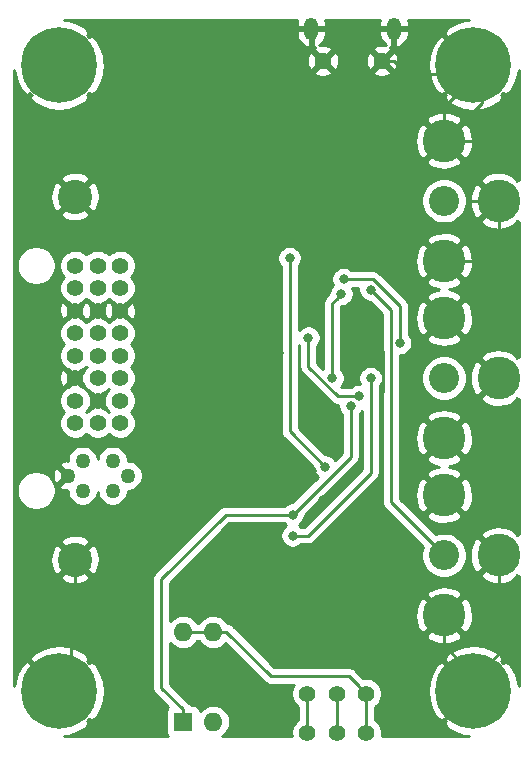
<source format=gbl>
G04 #@! TF.GenerationSoftware,KiCad,Pcbnew,(5.1.0)-1*
G04 #@! TF.CreationDate,2019-06-26T15:09:51-04:00*
G04 #@! TF.ProjectId,comp2dvi2,636f6d70-3264-4766-9932-2e6b69636164,rev?*
G04 #@! TF.SameCoordinates,PX528a7e4PY5879c7c*
G04 #@! TF.FileFunction,Copper,L2,Bot*
G04 #@! TF.FilePolarity,Positive*
%FSLAX46Y46*%
G04 Gerber Fmt 4.6, Leading zero omitted, Abs format (unit mm)*
G04 Created by KiCad (PCBNEW (5.1.0)-1) date 2019-06-26 15:09:51*
%MOMM*%
%LPD*%
G04 APERTURE LIST*
%ADD10C,6.400000*%
%ADD11C,0.800000*%
%ADD12O,1.600000X1.600000*%
%ADD13R,1.600000X1.600000*%
%ADD14O,1.200000X1.900000*%
%ADD15C,1.450000*%
%ADD16C,1.408000*%
%ADD17C,2.550000*%
%ADD18C,3.616000*%
%ADD19C,1.397000*%
%ADD20C,1.270000*%
%ADD21C,2.895600*%
%ADD22C,0.250000*%
%ADD23C,0.254000*%
G04 APERTURE END LIST*
D10*
X-16391500Y-25674500D03*
D11*
X-13991500Y-25674500D03*
X-14694444Y-27371556D03*
X-16391500Y-28074500D03*
X-18088556Y-27371556D03*
X-18791500Y-25674500D03*
X-18088556Y-23977444D03*
X-16391500Y-23274500D03*
X-14694444Y-23977444D03*
X-14694444Y29022556D03*
X-16391500Y29725500D03*
X-18088556Y29022556D03*
X-18791500Y27325500D03*
X-18088556Y25628444D03*
X-16391500Y24925500D03*
X-14694444Y25628444D03*
X-13991500Y27325500D03*
D10*
X-16391500Y27325500D03*
X18677500Y27325500D03*
D11*
X21077500Y27325500D03*
X20374556Y25628444D03*
X18677500Y24925500D03*
X16980444Y25628444D03*
X16277500Y27325500D03*
X16980444Y29022556D03*
X18677500Y29725500D03*
X20374556Y29022556D03*
X20374556Y-23977444D03*
X18677500Y-23274500D03*
X16980444Y-23977444D03*
X16277500Y-25674500D03*
X16980444Y-27371556D03*
X18677500Y-28074500D03*
X20374556Y-27371556D03*
X21077500Y-25674500D03*
D10*
X18677500Y-25674500D03*
D12*
X-5905500Y-20662900D03*
X-3365500Y-28282900D03*
X-3365500Y-20662900D03*
D13*
X-5905500Y-28282900D03*
D14*
X4945500Y30384000D03*
X11945500Y30384000D03*
D15*
X5945500Y27684000D03*
X10945500Y27684000D03*
D16*
X4599300Y-25895500D03*
X7099300Y-25895500D03*
X9599300Y-25895500D03*
X9599300Y-29195500D03*
X7099300Y-29195500D03*
X4599300Y-29195500D03*
D17*
X16184500Y-14174500D03*
D18*
X16184500Y-19262500D03*
X16184500Y-9086500D03*
X20804500Y-14174500D03*
X20804500Y825500D03*
X16184500Y5913500D03*
X16184500Y-4262500D03*
D17*
X16184500Y825500D03*
X16184500Y15825500D03*
D18*
X16184500Y10737500D03*
X16184500Y20913500D03*
X20804500Y15825500D03*
D19*
X-11239500Y10350500D03*
X-11239500Y8445500D03*
X-11239500Y6540500D03*
X-11239500Y4635500D03*
X-11239500Y2730500D03*
X-11239500Y825500D03*
X-11239500Y-1079500D03*
X-11239500Y-2984500D03*
X-13144500Y10350500D03*
X-13144500Y8445500D03*
X-13144500Y6540500D03*
X-13144500Y4635500D03*
X-13144500Y2730500D03*
X-13144500Y825500D03*
X-13144500Y-1079500D03*
X-13144500Y-2984500D03*
X-15049500Y10350500D03*
X-15049500Y8445500D03*
X-15049500Y6540500D03*
X-15049500Y4635500D03*
X-15049500Y2730500D03*
X-15049500Y825500D03*
X-15049500Y-1079500D03*
X-15049500Y-2984500D03*
D20*
X-11874500Y-6159500D03*
X-11874500Y-8699500D03*
X-14414500Y-6159500D03*
X-14414500Y-8699500D03*
X-15684500Y-7429500D03*
X-10604500Y-7429500D03*
D21*
X-15049500Y16192500D03*
X-15049500Y-14541500D03*
D11*
X7683500Y9207500D03*
X12446000Y3810000D03*
X9969500Y8318500D03*
X6731000Y825500D03*
X7488426Y7955226D03*
X4699000Y4254500D03*
X8953500Y-698500D03*
X5651500Y-698500D03*
X2222500Y2984500D03*
X5905500Y-9461500D03*
X6921500Y-5143500D03*
X-4635500Y-23812500D03*
X825500Y-26733500D03*
X5016500Y-7048500D03*
X3365500Y-10731500D03*
X8277570Y-1534382D03*
X9969500Y825500D03*
X9969500Y825500D03*
X3365500Y-12509500D03*
X6096000Y-6667500D03*
X3111500Y10985500D03*
D22*
X10153502Y9207500D02*
X8249185Y9207500D01*
X12446000Y6915002D02*
X10153502Y9207500D01*
X8249185Y9207500D02*
X7683500Y9207500D01*
X12446000Y3810000D02*
X12446000Y6915002D01*
X11720999Y6567001D02*
X9969500Y8318500D01*
X16184500Y-14174500D02*
X11720999Y-9710999D01*
X11720999Y-9710999D02*
X11720999Y6567001D01*
X6731000Y825500D02*
X6731000Y7197800D01*
X6731000Y7197800D02*
X7088427Y7555227D01*
X7088427Y7555227D02*
X7488426Y7955226D01*
X9599300Y-28199894D02*
X9599300Y-25895500D01*
X9599300Y-29195500D02*
X9599300Y-28199894D01*
X-4774130Y-20662900D02*
X-3365500Y-20662900D01*
X-5905500Y-20662900D02*
X-4774130Y-20662900D01*
X8895301Y-25191501D02*
X9599300Y-25895500D01*
X8100500Y-24396700D02*
X8895301Y-25191501D01*
X1499670Y-24396700D02*
X8100500Y-24396700D01*
X-3365500Y-20662900D02*
X-2234130Y-20662900D01*
X-2234130Y-20662900D02*
X1499670Y-24396700D01*
X7181998Y-698500D02*
X8387815Y-698500D01*
X4699000Y4254500D02*
X4699000Y1784498D01*
X8387815Y-698500D02*
X8953500Y-698500D01*
X4699000Y1784498D02*
X7181998Y-698500D01*
X10985500Y3111500D02*
X9207500Y4889500D01*
X10858500Y-63500D02*
X10985500Y63500D01*
X10858500Y-952500D02*
X10858500Y-63500D01*
X10985500Y-317500D02*
X10985500Y63500D01*
X10985500Y63500D02*
X10985500Y3111500D01*
X16184500Y20913500D02*
X20488500Y20913500D01*
X20804500Y15825500D02*
X18238500Y15825500D01*
X18238500Y18859500D02*
X16184500Y20913500D01*
X18238500Y15825500D02*
X18238500Y18859500D01*
X20804500Y13268602D02*
X20764500Y13228602D01*
X20804500Y15825500D02*
X20804500Y13268602D01*
X20764500Y13228602D02*
X20764500Y11366500D01*
X20135500Y10737500D02*
X16184500Y10737500D01*
X20764500Y11366500D02*
X20135500Y10737500D01*
X16184500Y23470398D02*
X16184500Y20913500D01*
X16184500Y23759498D02*
X16184500Y23470398D01*
X18677500Y26252498D02*
X16184500Y23759498D01*
X18677500Y27325500D02*
X18677500Y26252498D01*
X19402501Y26600499D02*
X18677500Y27325500D01*
X16184500Y20913500D02*
X19402501Y24131501D01*
X19402501Y24131501D02*
X19402501Y26600499D01*
X17952499Y26600499D02*
X18677500Y27325500D01*
X13054305Y26600499D02*
X17952499Y26600499D01*
X11970804Y27684000D02*
X13054305Y26600499D01*
X10945500Y27684000D02*
X11970804Y27684000D01*
X18677500Y-24312398D02*
X18677500Y-25674500D01*
X16184500Y-21819398D02*
X18677500Y-24312398D01*
X16184500Y-19262500D02*
X16184500Y-21819398D01*
X20804500Y-14174500D02*
X20804500Y-20470500D01*
X20804500Y-20470500D02*
X21399500Y-21065500D01*
X21399500Y-21065500D02*
X21399500Y-21907500D01*
X18677500Y-24629500D02*
X18677500Y-25674500D01*
X21399500Y-21907500D02*
X18677500Y-24629500D01*
X-15049500Y-16588998D02*
X-15049500Y-14541500D01*
X-15430500Y-16969998D02*
X-15049500Y-16588998D01*
X-15430500Y-24713500D02*
X-15430500Y-16969998D01*
X-16391500Y-25674500D02*
X-15430500Y-24713500D01*
X2799815Y-10731500D02*
X3365500Y-10731500D01*
X-2298700Y-10731500D02*
X2799815Y-10731500D01*
X-7759700Y-16192500D02*
X-2298700Y-10731500D01*
X-7759700Y-25378700D02*
X-7759700Y-16192500D01*
X-5905500Y-28282900D02*
X-5905500Y-27232900D01*
X-5905500Y-27232900D02*
X-7759700Y-25378700D01*
X3365500Y-10731500D02*
X8277570Y-5819430D01*
X8277570Y-2100067D02*
X8277570Y-1534382D01*
X8277570Y-5819430D02*
X8277570Y-2100067D01*
X4635500Y-12509500D02*
X3365500Y-12509500D01*
X9969500Y825500D02*
X9969500Y-7175500D01*
X9969500Y-7175500D02*
X4635500Y-12509500D01*
X7099300Y-29195500D02*
X7099300Y-25895500D01*
X3111500Y-3683000D02*
X3111500Y10419815D01*
X3111500Y10419815D02*
X3111500Y10985500D01*
X6096000Y-6667500D02*
X3111500Y-3683000D01*
X4599300Y-29195500D02*
X4599300Y-25895500D01*
D23*
G36*
X3759007Y31099496D02*
G01*
X3710500Y30861000D01*
X3710500Y30511000D01*
X4818500Y30511000D01*
X4818500Y30531000D01*
X5072500Y30531000D01*
X5072500Y30511000D01*
X6180500Y30511000D01*
X6180500Y30861000D01*
X6131993Y31099496D01*
X6114802Y31140500D01*
X10776198Y31140500D01*
X10759007Y31099496D01*
X10710500Y30861000D01*
X10710500Y30511000D01*
X11818500Y30511000D01*
X11818500Y30531000D01*
X12072500Y30531000D01*
X12072500Y30511000D01*
X13180500Y30511000D01*
X13180500Y30861000D01*
X13131993Y31099496D01*
X13114802Y31140500D01*
X18284121Y31140500D01*
X17949562Y31109678D01*
X17225292Y30894952D01*
X16556830Y30543055D01*
X16516412Y30516048D01*
X16156224Y30026381D01*
X16341916Y29840689D01*
X16320670Y29826493D01*
X16176507Y29682330D01*
X16162311Y29661084D01*
X15976619Y29846776D01*
X15486952Y29486588D01*
X15126651Y28822618D01*
X14902806Y28101115D01*
X14824020Y27349805D01*
X14893322Y26597562D01*
X15108048Y25873292D01*
X15459945Y25204830D01*
X15486952Y25164412D01*
X15976619Y24804224D01*
X16162311Y24989916D01*
X16176507Y24968670D01*
X16320670Y24824507D01*
X16341916Y24810311D01*
X16156224Y24624619D01*
X16516412Y24134952D01*
X17180382Y23774651D01*
X17901885Y23550806D01*
X18653195Y23472020D01*
X19405438Y23541322D01*
X20129708Y23756048D01*
X20798170Y24107945D01*
X20838588Y24134952D01*
X21198776Y24624619D01*
X21013084Y24810311D01*
X21034330Y24824507D01*
X21178493Y24968670D01*
X21192689Y24989916D01*
X21378381Y24804224D01*
X21868048Y25164412D01*
X22228349Y25828382D01*
X22452194Y26549885D01*
X22492500Y26934247D01*
X22492500Y17608272D01*
X22450082Y17650690D01*
X22335778Y17536386D01*
X22142730Y17883481D01*
X21715524Y18105014D01*
X21253308Y18238945D01*
X20773845Y18280130D01*
X20295559Y18226984D01*
X19836832Y18081550D01*
X19466270Y17883481D01*
X19273221Y17536384D01*
X20804500Y16005105D01*
X20818643Y16019247D01*
X20998248Y15839642D01*
X20984105Y15825500D01*
X20998248Y15811357D01*
X20818643Y15631752D01*
X20804500Y15645895D01*
X19273221Y14114616D01*
X19466270Y13767519D01*
X19893476Y13545986D01*
X20355692Y13412055D01*
X20835155Y13370870D01*
X21313441Y13424016D01*
X21772168Y13569450D01*
X22142730Y13767519D01*
X22335778Y14114614D01*
X22450082Y14000310D01*
X22492500Y14042728D01*
X22492500Y2608272D01*
X22450082Y2650690D01*
X22335778Y2536386D01*
X22142730Y2883481D01*
X21715524Y3105014D01*
X21253308Y3238945D01*
X20773845Y3280130D01*
X20295559Y3226984D01*
X19836832Y3081550D01*
X19466270Y2883481D01*
X19273221Y2536384D01*
X20804500Y1005105D01*
X20818643Y1019247D01*
X20998248Y839642D01*
X20984105Y825500D01*
X20998248Y811357D01*
X20818643Y631752D01*
X20804500Y645895D01*
X19273221Y-885384D01*
X19466270Y-1232481D01*
X19893476Y-1454014D01*
X20355692Y-1587945D01*
X20835155Y-1629130D01*
X21313441Y-1575984D01*
X21772168Y-1430550D01*
X22142730Y-1232481D01*
X22335778Y-885386D01*
X22450082Y-999690D01*
X22492501Y-957271D01*
X22492501Y-12391729D01*
X22450082Y-12349310D01*
X22335778Y-12463614D01*
X22142730Y-12116519D01*
X21715524Y-11894986D01*
X21253308Y-11761055D01*
X20773845Y-11719870D01*
X20295559Y-11773016D01*
X19836832Y-11918450D01*
X19466270Y-12116519D01*
X19273221Y-12463616D01*
X20804500Y-13994895D01*
X20818643Y-13980753D01*
X20998248Y-14160358D01*
X20984105Y-14174500D01*
X20998248Y-14188643D01*
X20818643Y-14368248D01*
X20804500Y-14354105D01*
X19273221Y-15885384D01*
X19466270Y-16232481D01*
X19893476Y-16454014D01*
X20355692Y-16587945D01*
X20835155Y-16629130D01*
X21313441Y-16575984D01*
X21772168Y-16430550D01*
X22142730Y-16232481D01*
X22335778Y-15885386D01*
X22450082Y-15999690D01*
X22492501Y-15957271D01*
X22492501Y-25281132D01*
X22461678Y-24946562D01*
X22246952Y-24222292D01*
X21895055Y-23553830D01*
X21868048Y-23513412D01*
X21378381Y-23153224D01*
X21192689Y-23338916D01*
X21178493Y-23317670D01*
X21034330Y-23173507D01*
X21013084Y-23159311D01*
X21198776Y-22973619D01*
X20838588Y-22483952D01*
X20174618Y-22123651D01*
X19453115Y-21899806D01*
X18701805Y-21821020D01*
X17949562Y-21890322D01*
X17225292Y-22105048D01*
X16556830Y-22456945D01*
X16516412Y-22483952D01*
X16156224Y-22973619D01*
X16341916Y-23159311D01*
X16320670Y-23173507D01*
X16176507Y-23317670D01*
X16162311Y-23338916D01*
X15976619Y-23153224D01*
X15486952Y-23513412D01*
X15126651Y-24177382D01*
X14902806Y-24898885D01*
X14824020Y-25650195D01*
X14893322Y-26402438D01*
X15108048Y-27126708D01*
X15459945Y-27795170D01*
X15486952Y-27835588D01*
X15976619Y-28195776D01*
X16162311Y-28010084D01*
X16176507Y-28031330D01*
X16320670Y-28175493D01*
X16341916Y-28189689D01*
X16156224Y-28375381D01*
X16516412Y-28865048D01*
X17180382Y-29225349D01*
X17901885Y-29449194D01*
X18286246Y-29489500D01*
X10906052Y-29489500D01*
X10938300Y-29327380D01*
X10938300Y-29063620D01*
X10886843Y-28804928D01*
X10785907Y-28561246D01*
X10639369Y-28341937D01*
X10452863Y-28155431D01*
X10359300Y-28092914D01*
X10359300Y-26998086D01*
X10452863Y-26935569D01*
X10639369Y-26749063D01*
X10785907Y-26529754D01*
X10886843Y-26286072D01*
X10938300Y-26027380D01*
X10938300Y-25763620D01*
X10886843Y-25504928D01*
X10785907Y-25261246D01*
X10639369Y-25041937D01*
X10452863Y-24855431D01*
X10233554Y-24708893D01*
X9989872Y-24607957D01*
X9731180Y-24556500D01*
X9467420Y-24556500D01*
X9357055Y-24578453D01*
X8664303Y-23885702D01*
X8640501Y-23856699D01*
X8524776Y-23761726D01*
X8392747Y-23691154D01*
X8249486Y-23647697D01*
X8137833Y-23636700D01*
X8137822Y-23636700D01*
X8100500Y-23633024D01*
X8063178Y-23636700D01*
X1814472Y-23636700D01*
X-848844Y-20973384D01*
X14653221Y-20973384D01*
X14846270Y-21320481D01*
X15273476Y-21542014D01*
X15735692Y-21675945D01*
X16215155Y-21717130D01*
X16693441Y-21663984D01*
X17152168Y-21518550D01*
X17522730Y-21320481D01*
X17715779Y-20973384D01*
X16184500Y-19442105D01*
X14653221Y-20973384D01*
X-848844Y-20973384D01*
X-1670326Y-20151903D01*
X-1694129Y-20122899D01*
X-1809854Y-20027926D01*
X-1941883Y-19957354D01*
X-2085144Y-19913897D01*
X-2141698Y-19908327D01*
X-2166568Y-19861799D01*
X-2345892Y-19643292D01*
X-2564399Y-19463968D01*
X-2813692Y-19330718D01*
X-2937522Y-19293155D01*
X13729870Y-19293155D01*
X13783016Y-19771441D01*
X13928450Y-20230168D01*
X14126519Y-20600730D01*
X14473616Y-20793779D01*
X16004895Y-19262500D01*
X16364105Y-19262500D01*
X17895384Y-20793779D01*
X18242481Y-20600730D01*
X18464014Y-20173524D01*
X18597945Y-19711308D01*
X18639130Y-19231845D01*
X18585984Y-18753559D01*
X18440550Y-18294832D01*
X18242481Y-17924270D01*
X17895384Y-17731221D01*
X16364105Y-19262500D01*
X16004895Y-19262500D01*
X14473616Y-17731221D01*
X14126519Y-17924270D01*
X13904986Y-18351476D01*
X13771055Y-18813692D01*
X13729870Y-19293155D01*
X-2937522Y-19293155D01*
X-3084191Y-19248664D01*
X-3295008Y-19227900D01*
X-3435992Y-19227900D01*
X-3646809Y-19248664D01*
X-3917308Y-19330718D01*
X-4166601Y-19463968D01*
X-4385108Y-19643292D01*
X-4564432Y-19861799D01*
X-4586401Y-19902900D01*
X-4684599Y-19902900D01*
X-4706568Y-19861799D01*
X-4885892Y-19643292D01*
X-5104399Y-19463968D01*
X-5353692Y-19330718D01*
X-5624191Y-19248664D01*
X-5835008Y-19227900D01*
X-5975992Y-19227900D01*
X-6186809Y-19248664D01*
X-6457308Y-19330718D01*
X-6706601Y-19463968D01*
X-6925108Y-19643292D01*
X-6999700Y-19734183D01*
X-6999700Y-17551616D01*
X14653221Y-17551616D01*
X16184500Y-19082895D01*
X17715779Y-17551616D01*
X17522730Y-17204519D01*
X17095524Y-16982986D01*
X16633308Y-16849055D01*
X16153845Y-16807870D01*
X15675559Y-16861016D01*
X15216832Y-17006450D01*
X14846270Y-17204519D01*
X14653221Y-17551616D01*
X-6999700Y-17551616D01*
X-6999700Y-16507301D01*
X-1983898Y-11491500D01*
X2661789Y-11491500D01*
X2705726Y-11535437D01*
X2833032Y-11620500D01*
X2705726Y-11705563D01*
X2561563Y-11849726D01*
X2448295Y-12019244D01*
X2370274Y-12207602D01*
X2330500Y-12407561D01*
X2330500Y-12611439D01*
X2370274Y-12811398D01*
X2448295Y-12999756D01*
X2561563Y-13169274D01*
X2705726Y-13313437D01*
X2875244Y-13426705D01*
X3063602Y-13504726D01*
X3263561Y-13544500D01*
X3467439Y-13544500D01*
X3667398Y-13504726D01*
X3855756Y-13426705D01*
X4025274Y-13313437D01*
X4069211Y-13269500D01*
X4598178Y-13269500D01*
X4635500Y-13273176D01*
X4672822Y-13269500D01*
X4672833Y-13269500D01*
X4784486Y-13258503D01*
X4927747Y-13215046D01*
X5059776Y-13144474D01*
X5175501Y-13049501D01*
X5199304Y-13020497D01*
X10480503Y-7739299D01*
X10509501Y-7715501D01*
X10535832Y-7683417D01*
X10604474Y-7599777D01*
X10675046Y-7467747D01*
X10718503Y-7324486D01*
X10729500Y-7212833D01*
X10729500Y-7212824D01*
X10733176Y-7175501D01*
X10729500Y-7138178D01*
X10729500Y121789D01*
X10773437Y165726D01*
X10886705Y335244D01*
X10961000Y514606D01*
X10960999Y-9673677D01*
X10957323Y-9710999D01*
X10960999Y-9748321D01*
X10960999Y-9748331D01*
X10971996Y-9859984D01*
X11008983Y-9981915D01*
X11015453Y-10003245D01*
X11086025Y-10135275D01*
X11108448Y-10162597D01*
X11180998Y-10251000D01*
X11210002Y-10274803D01*
X14407847Y-13472649D01*
X14347900Y-13617373D01*
X14274500Y-13986381D01*
X14274500Y-14362619D01*
X14347900Y-14731627D01*
X14491880Y-15079224D01*
X14700906Y-15392054D01*
X14966946Y-15658094D01*
X15279776Y-15867120D01*
X15627373Y-16011100D01*
X15996381Y-16084500D01*
X16372619Y-16084500D01*
X16741627Y-16011100D01*
X17089224Y-15867120D01*
X17402054Y-15658094D01*
X17668094Y-15392054D01*
X17877120Y-15079224D01*
X18021100Y-14731627D01*
X18094500Y-14362619D01*
X18094500Y-14205155D01*
X18349870Y-14205155D01*
X18403016Y-14683441D01*
X18548450Y-15142168D01*
X18746519Y-15512730D01*
X19093616Y-15705779D01*
X20624895Y-14174500D01*
X19093616Y-12643221D01*
X18746519Y-12836270D01*
X18524986Y-13263476D01*
X18391055Y-13725692D01*
X18349870Y-14205155D01*
X18094500Y-14205155D01*
X18094500Y-13986381D01*
X18021100Y-13617373D01*
X17877120Y-13269776D01*
X17668094Y-12956946D01*
X17402054Y-12690906D01*
X17089224Y-12481880D01*
X16741627Y-12337900D01*
X16372619Y-12264500D01*
X15996381Y-12264500D01*
X15627373Y-12337900D01*
X15482649Y-12397847D01*
X13882186Y-10797384D01*
X14653221Y-10797384D01*
X14846270Y-11144481D01*
X15273476Y-11366014D01*
X15735692Y-11499945D01*
X16215155Y-11541130D01*
X16693441Y-11487984D01*
X17152168Y-11342550D01*
X17522730Y-11144481D01*
X17715779Y-10797384D01*
X16184500Y-9266105D01*
X14653221Y-10797384D01*
X13882186Y-10797384D01*
X12480999Y-9396198D01*
X12480999Y-9117155D01*
X13729870Y-9117155D01*
X13783016Y-9595441D01*
X13928450Y-10054168D01*
X14126519Y-10424730D01*
X14473616Y-10617779D01*
X16004895Y-9086500D01*
X16364105Y-9086500D01*
X17895384Y-10617779D01*
X18242481Y-10424730D01*
X18464014Y-9997524D01*
X18597945Y-9535308D01*
X18639130Y-9055845D01*
X18585984Y-8577559D01*
X18440550Y-8118832D01*
X18242481Y-7748270D01*
X17895384Y-7555221D01*
X16364105Y-9086500D01*
X16004895Y-9086500D01*
X14473616Y-7555221D01*
X14126519Y-7748270D01*
X13904986Y-8175476D01*
X13771055Y-8637692D01*
X13729870Y-9117155D01*
X12480999Y-9117155D01*
X12480999Y-5973384D01*
X14653221Y-5973384D01*
X14846270Y-6320481D01*
X15273476Y-6542014D01*
X15735692Y-6675945D01*
X15747819Y-6676987D01*
X15675559Y-6685016D01*
X15216832Y-6830450D01*
X14846270Y-7028519D01*
X14653221Y-7375616D01*
X16184500Y-8906895D01*
X17715779Y-7375616D01*
X17522730Y-7028519D01*
X17095524Y-6806986D01*
X16633308Y-6673055D01*
X16621181Y-6672013D01*
X16693441Y-6663984D01*
X17152168Y-6518550D01*
X17522730Y-6320481D01*
X17715779Y-5973384D01*
X16184500Y-4442105D01*
X14653221Y-5973384D01*
X12480999Y-5973384D01*
X12480999Y-4293155D01*
X13729870Y-4293155D01*
X13783016Y-4771441D01*
X13928450Y-5230168D01*
X14126519Y-5600730D01*
X14473616Y-5793779D01*
X16004895Y-4262500D01*
X16364105Y-4262500D01*
X17895384Y-5793779D01*
X18242481Y-5600730D01*
X18464014Y-5173524D01*
X18597945Y-4711308D01*
X18639130Y-4231845D01*
X18585984Y-3753559D01*
X18440550Y-3294832D01*
X18242481Y-2924270D01*
X17895384Y-2731221D01*
X16364105Y-4262500D01*
X16004895Y-4262500D01*
X14473616Y-2731221D01*
X14126519Y-2924270D01*
X13904986Y-3351476D01*
X13771055Y-3813692D01*
X13729870Y-4293155D01*
X12480999Y-4293155D01*
X12480999Y-2551616D01*
X14653221Y-2551616D01*
X16184500Y-4082895D01*
X17715779Y-2551616D01*
X17522730Y-2204519D01*
X17095524Y-1982986D01*
X16633308Y-1849055D01*
X16153845Y-1807870D01*
X15675559Y-1861016D01*
X15216832Y-2006450D01*
X14846270Y-2204519D01*
X14653221Y-2551616D01*
X12480999Y-2551616D01*
X12480999Y1013619D01*
X14274500Y1013619D01*
X14274500Y637381D01*
X14347900Y268373D01*
X14491880Y-79224D01*
X14700906Y-392054D01*
X14966946Y-658094D01*
X15279776Y-867120D01*
X15627373Y-1011100D01*
X15996381Y-1084500D01*
X16372619Y-1084500D01*
X16741627Y-1011100D01*
X17089224Y-867120D01*
X17402054Y-658094D01*
X17668094Y-392054D01*
X17877120Y-79224D01*
X18021100Y268373D01*
X18094500Y637381D01*
X18094500Y794845D01*
X18349870Y794845D01*
X18403016Y316559D01*
X18548450Y-142168D01*
X18746519Y-512730D01*
X19093616Y-705779D01*
X20624895Y825500D01*
X19093616Y2356779D01*
X18746519Y2163730D01*
X18524986Y1736524D01*
X18391055Y1274308D01*
X18349870Y794845D01*
X18094500Y794845D01*
X18094500Y1013619D01*
X18021100Y1382627D01*
X17877120Y1730224D01*
X17668094Y2043054D01*
X17402054Y2309094D01*
X17089224Y2518120D01*
X16741627Y2662100D01*
X16372619Y2735500D01*
X15996381Y2735500D01*
X15627373Y2662100D01*
X15279776Y2518120D01*
X14966946Y2309094D01*
X14700906Y2043054D01*
X14491880Y1730224D01*
X14347900Y1382627D01*
X14274500Y1013619D01*
X12480999Y1013619D01*
X12480999Y2775000D01*
X12547939Y2775000D01*
X12747898Y2814774D01*
X12936256Y2892795D01*
X13105774Y3006063D01*
X13249937Y3150226D01*
X13363205Y3319744D01*
X13441226Y3508102D01*
X13481000Y3708061D01*
X13481000Y3911939D01*
X13441226Y4111898D01*
X13403650Y4202616D01*
X14653221Y4202616D01*
X14846270Y3855519D01*
X15273476Y3633986D01*
X15735692Y3500055D01*
X16215155Y3458870D01*
X16693441Y3512016D01*
X17152168Y3657450D01*
X17522730Y3855519D01*
X17715779Y4202616D01*
X16184500Y5733895D01*
X14653221Y4202616D01*
X13403650Y4202616D01*
X13363205Y4300256D01*
X13249937Y4469774D01*
X13206000Y4513711D01*
X13206000Y5882845D01*
X13729870Y5882845D01*
X13783016Y5404559D01*
X13928450Y4945832D01*
X14126519Y4575270D01*
X14473616Y4382221D01*
X16004895Y5913500D01*
X16364105Y5913500D01*
X17895384Y4382221D01*
X18242481Y4575270D01*
X18464014Y5002476D01*
X18597945Y5464692D01*
X18639130Y5944155D01*
X18585984Y6422441D01*
X18440550Y6881168D01*
X18242481Y7251730D01*
X17895384Y7444779D01*
X16364105Y5913500D01*
X16004895Y5913500D01*
X14473616Y7444779D01*
X14126519Y7251730D01*
X13904986Y6824524D01*
X13771055Y6362308D01*
X13729870Y5882845D01*
X13206000Y5882845D01*
X13206000Y6877677D01*
X13209676Y6915002D01*
X13206000Y6952327D01*
X13206000Y6952335D01*
X13195003Y7063988D01*
X13151546Y7207249D01*
X13080974Y7339278D01*
X12986001Y7455003D01*
X12957003Y7478801D01*
X11409188Y9026616D01*
X14653221Y9026616D01*
X14846270Y8679519D01*
X15273476Y8457986D01*
X15735692Y8324055D01*
X15747819Y8323013D01*
X15675559Y8314984D01*
X15216832Y8169550D01*
X14846270Y7971481D01*
X14653221Y7624384D01*
X16184500Y6093105D01*
X17715779Y7624384D01*
X17522730Y7971481D01*
X17095524Y8193014D01*
X16633308Y8326945D01*
X16621181Y8327987D01*
X16693441Y8336016D01*
X17152168Y8481450D01*
X17522730Y8679519D01*
X17715779Y9026616D01*
X16184500Y10557895D01*
X14653221Y9026616D01*
X11409188Y9026616D01*
X10717306Y9718497D01*
X10693503Y9747501D01*
X10577778Y9842474D01*
X10445749Y9913046D01*
X10302488Y9956503D01*
X10190835Y9967500D01*
X10190824Y9967500D01*
X10153502Y9971176D01*
X10116180Y9967500D01*
X8387211Y9967500D01*
X8343274Y10011437D01*
X8173756Y10124705D01*
X7985398Y10202726D01*
X7785439Y10242500D01*
X7581561Y10242500D01*
X7381602Y10202726D01*
X7193244Y10124705D01*
X7023726Y10011437D01*
X6879563Y9867274D01*
X6766295Y9697756D01*
X6688274Y9509398D01*
X6648500Y9309439D01*
X6648500Y9105561D01*
X6688274Y8905602D01*
X6766295Y8717244D01*
X6774481Y8704992D01*
X6684489Y8615000D01*
X6571221Y8445482D01*
X6493200Y8257124D01*
X6453426Y8057165D01*
X6453426Y7995027D01*
X6219998Y7761599D01*
X6191000Y7737801D01*
X6167202Y7708803D01*
X6167201Y7708802D01*
X6096026Y7622076D01*
X6025454Y7490046D01*
X6011723Y7444779D01*
X5981998Y7346786D01*
X5979682Y7323274D01*
X5967324Y7197800D01*
X5971001Y7160468D01*
X5971000Y1587299D01*
X5459000Y2099299D01*
X5459000Y3550789D01*
X5502937Y3594726D01*
X5616205Y3764244D01*
X5694226Y3952602D01*
X5734000Y4152561D01*
X5734000Y4356439D01*
X5694226Y4556398D01*
X5616205Y4744756D01*
X5502937Y4914274D01*
X5358774Y5058437D01*
X5189256Y5171705D01*
X5000898Y5249726D01*
X4800939Y5289500D01*
X4597061Y5289500D01*
X4397102Y5249726D01*
X4208744Y5171705D01*
X4039226Y5058437D01*
X3895063Y4914274D01*
X3871500Y4879009D01*
X3871500Y10281789D01*
X3915437Y10325726D01*
X4028705Y10495244D01*
X4106726Y10683602D01*
X4111349Y10706845D01*
X13729870Y10706845D01*
X13783016Y10228559D01*
X13928450Y9769832D01*
X14126519Y9399270D01*
X14473616Y9206221D01*
X16004895Y10737500D01*
X16364105Y10737500D01*
X17895384Y9206221D01*
X18242481Y9399270D01*
X18464014Y9826476D01*
X18597945Y10288692D01*
X18639130Y10768155D01*
X18585984Y11246441D01*
X18440550Y11705168D01*
X18242481Y12075730D01*
X17895384Y12268779D01*
X16364105Y10737500D01*
X16004895Y10737500D01*
X14473616Y12268779D01*
X14126519Y12075730D01*
X13904986Y11648524D01*
X13771055Y11186308D01*
X13729870Y10706845D01*
X4111349Y10706845D01*
X4146500Y10883561D01*
X4146500Y11087439D01*
X4106726Y11287398D01*
X4028705Y11475756D01*
X3915437Y11645274D01*
X3771274Y11789437D01*
X3601756Y11902705D01*
X3413398Y11980726D01*
X3213439Y12020500D01*
X3009561Y12020500D01*
X2809602Y11980726D01*
X2621244Y11902705D01*
X2451726Y11789437D01*
X2307563Y11645274D01*
X2194295Y11475756D01*
X2116274Y11287398D01*
X2076500Y11087439D01*
X2076500Y10883561D01*
X2116274Y10683602D01*
X2194295Y10495244D01*
X2307563Y10325726D01*
X2351501Y10281788D01*
X2351500Y-3645678D01*
X2347824Y-3683000D01*
X2351500Y-3720322D01*
X2351500Y-3720332D01*
X2362497Y-3831985D01*
X2405954Y-3975246D01*
X2476526Y-4107276D01*
X2516371Y-4155826D01*
X2571499Y-4223001D01*
X2600503Y-4246804D01*
X5061000Y-6707303D01*
X5061000Y-6769439D01*
X5100774Y-6969398D01*
X5178795Y-7157756D01*
X5292063Y-7327274D01*
X5436226Y-7471437D01*
X5504885Y-7517313D01*
X3325699Y-9696500D01*
X3263561Y-9696500D01*
X3063602Y-9736274D01*
X2875244Y-9814295D01*
X2705726Y-9927563D01*
X2661789Y-9971500D01*
X-2261378Y-9971500D01*
X-2298701Y-9967824D01*
X-2336024Y-9971500D01*
X-2336033Y-9971500D01*
X-2447686Y-9982497D01*
X-2590947Y-10025954D01*
X-2722976Y-10096526D01*
X-2838701Y-10191499D01*
X-2862499Y-10220497D01*
X-8270702Y-15628701D01*
X-8299700Y-15652499D01*
X-8323498Y-15681497D01*
X-8323499Y-15681498D01*
X-8394674Y-15768224D01*
X-8465246Y-15900254D01*
X-8508702Y-16043515D01*
X-8523376Y-16192500D01*
X-8519699Y-16229832D01*
X-8519700Y-25341378D01*
X-8523376Y-25378700D01*
X-8519700Y-25416022D01*
X-8519700Y-25416032D01*
X-8508703Y-25527685D01*
X-8469244Y-25657765D01*
X-8465246Y-25670946D01*
X-8394674Y-25802976D01*
X-8389908Y-25808783D01*
X-8299701Y-25918701D01*
X-8270697Y-25942504D01*
X-7167864Y-27045337D01*
X-7236037Y-27128406D01*
X-7295002Y-27238720D01*
X-7331312Y-27358418D01*
X-7343572Y-27482900D01*
X-7343572Y-29082900D01*
X-7331312Y-29207382D01*
X-7295002Y-29327080D01*
X-7236037Y-29437394D01*
X-7193275Y-29489500D01*
X-15998121Y-29489500D01*
X-15663562Y-29458678D01*
X-14939292Y-29243952D01*
X-14270830Y-28892055D01*
X-14230412Y-28865048D01*
X-13870224Y-28375381D01*
X-14055916Y-28189689D01*
X-14034670Y-28175493D01*
X-13890507Y-28031330D01*
X-13876311Y-28010084D01*
X-13690619Y-28195776D01*
X-13200952Y-27835588D01*
X-12840651Y-27171618D01*
X-12616806Y-26450115D01*
X-12538020Y-25698805D01*
X-12607322Y-24946562D01*
X-12822048Y-24222292D01*
X-13173945Y-23553830D01*
X-13200952Y-23513412D01*
X-13690619Y-23153224D01*
X-13876311Y-23338916D01*
X-13890507Y-23317670D01*
X-14034670Y-23173507D01*
X-14055916Y-23159311D01*
X-13870224Y-22973619D01*
X-14230412Y-22483952D01*
X-14894382Y-22123651D01*
X-15615885Y-21899806D01*
X-16367195Y-21821020D01*
X-17119438Y-21890322D01*
X-17843708Y-22105048D01*
X-18512170Y-22456945D01*
X-18552588Y-22483952D01*
X-18912776Y-22973619D01*
X-18727084Y-23159311D01*
X-18748330Y-23173507D01*
X-18892493Y-23317670D01*
X-18906689Y-23338916D01*
X-19092381Y-23153224D01*
X-19582048Y-23513412D01*
X-19942349Y-24177382D01*
X-20166194Y-24898885D01*
X-20206500Y-25283246D01*
X-20206500Y-15995986D01*
X-16324381Y-15995986D01*
X-16174651Y-16306202D01*
X-15808755Y-16491800D01*
X-15413681Y-16602449D01*
X-15004613Y-16633897D01*
X-14597269Y-16584935D01*
X-14207304Y-16457445D01*
X-13924349Y-16306202D01*
X-13774619Y-15995986D01*
X-15049500Y-14721105D01*
X-16324381Y-15995986D01*
X-20206500Y-15995986D01*
X-20206500Y-14586387D01*
X-17141897Y-14586387D01*
X-17092935Y-14993731D01*
X-16965445Y-15383696D01*
X-16814202Y-15666651D01*
X-16503986Y-15816381D01*
X-15229105Y-14541500D01*
X-14869895Y-14541500D01*
X-13595014Y-15816381D01*
X-13284798Y-15666651D01*
X-13099200Y-15300755D01*
X-12988551Y-14905681D01*
X-12957103Y-14496613D01*
X-13006065Y-14089269D01*
X-13133555Y-13699304D01*
X-13284798Y-13416349D01*
X-13595014Y-13266619D01*
X-14869895Y-14541500D01*
X-15229105Y-14541500D01*
X-16503986Y-13266619D01*
X-16814202Y-13416349D01*
X-16999800Y-13782245D01*
X-17110449Y-14177319D01*
X-17141897Y-14586387D01*
X-20206500Y-14586387D01*
X-20206500Y-13087014D01*
X-16324381Y-13087014D01*
X-15049500Y-14361895D01*
X-13774619Y-13087014D01*
X-13924349Y-12776798D01*
X-14290245Y-12591200D01*
X-14685319Y-12480551D01*
X-15094387Y-12449103D01*
X-15501731Y-12498065D01*
X-15891696Y-12625555D01*
X-16174651Y-12776798D01*
X-16324381Y-13087014D01*
X-20206500Y-13087014D01*
X-20206500Y-8536891D01*
X-20002500Y-8536891D01*
X-20002500Y-8862109D01*
X-19939053Y-9181079D01*
X-19814597Y-9481542D01*
X-19633915Y-9751951D01*
X-19403951Y-9981915D01*
X-19133542Y-10162597D01*
X-18833079Y-10287053D01*
X-18514109Y-10350500D01*
X-18188891Y-10350500D01*
X-17869921Y-10287053D01*
X-17569458Y-10162597D01*
X-17299049Y-9981915D01*
X-17069085Y-9751951D01*
X-16888403Y-9481542D01*
X-16763947Y-9181079D01*
X-16700500Y-8862109D01*
X-16700500Y-8536891D01*
X-16763947Y-8217921D01*
X-16888403Y-7917458D01*
X-17069085Y-7647049D01*
X-17209585Y-7506549D01*
X-16958318Y-7506549D01*
X-16918810Y-7753578D01*
X-16831869Y-7988153D01*
X-16786446Y-8073131D01*
X-16559300Y-8124695D01*
X-15864105Y-7429500D01*
X-16559300Y-6734305D01*
X-16786446Y-6785869D01*
X-16890839Y-7013216D01*
X-16948873Y-7256559D01*
X-16958318Y-7506549D01*
X-17209585Y-7506549D01*
X-17299049Y-7417085D01*
X-17569458Y-7236403D01*
X-17869921Y-7111947D01*
X-18188891Y-7048500D01*
X-18514109Y-7048500D01*
X-18833079Y-7111947D01*
X-19133542Y-7236403D01*
X-19403951Y-7417085D01*
X-19633915Y-7647049D01*
X-19814597Y-7917458D01*
X-19939053Y-8217921D01*
X-20002500Y-8536891D01*
X-20206500Y-8536891D01*
X-20206500Y-6554700D01*
X-16379695Y-6554700D01*
X-15684500Y-7249895D01*
X-15670357Y-7235753D01*
X-15490752Y-7415358D01*
X-15504895Y-7429500D01*
X-15490752Y-7443643D01*
X-15670357Y-7623248D01*
X-15684500Y-7609105D01*
X-16379695Y-8304300D01*
X-16328131Y-8531446D01*
X-16100784Y-8635839D01*
X-15857441Y-8693873D01*
X-15684500Y-8700407D01*
X-15684500Y-8824584D01*
X-15635695Y-9069945D01*
X-15539959Y-9301071D01*
X-15400973Y-9509078D01*
X-15224078Y-9685973D01*
X-15016071Y-9824959D01*
X-14784945Y-9920695D01*
X-14539584Y-9969500D01*
X-14289416Y-9969500D01*
X-14044055Y-9920695D01*
X-13812929Y-9824959D01*
X-13604922Y-9685973D01*
X-13428027Y-9509078D01*
X-13289041Y-9301071D01*
X-13193305Y-9069945D01*
X-13144500Y-8824584D01*
X-13095695Y-9069945D01*
X-12999959Y-9301071D01*
X-12860973Y-9509078D01*
X-12684078Y-9685973D01*
X-12476071Y-9824959D01*
X-12244945Y-9920695D01*
X-11999584Y-9969500D01*
X-11749416Y-9969500D01*
X-11504055Y-9920695D01*
X-11272929Y-9824959D01*
X-11064922Y-9685973D01*
X-10888027Y-9509078D01*
X-10749041Y-9301071D01*
X-10653305Y-9069945D01*
X-10604500Y-8824584D01*
X-10604500Y-8699500D01*
X-10479416Y-8699500D01*
X-10234055Y-8650695D01*
X-10002929Y-8554959D01*
X-9794922Y-8415973D01*
X-9618027Y-8239078D01*
X-9479041Y-8031071D01*
X-9383305Y-7799945D01*
X-9334500Y-7554584D01*
X-9334500Y-7304416D01*
X-9383305Y-7059055D01*
X-9479041Y-6827929D01*
X-9618027Y-6619922D01*
X-9794922Y-6443027D01*
X-10002929Y-6304041D01*
X-10234055Y-6208305D01*
X-10479416Y-6159500D01*
X-10604500Y-6159500D01*
X-10604500Y-6034416D01*
X-10653305Y-5789055D01*
X-10749041Y-5557929D01*
X-10888027Y-5349922D01*
X-11064922Y-5173027D01*
X-11272929Y-5034041D01*
X-11504055Y-4938305D01*
X-11749416Y-4889500D01*
X-11999584Y-4889500D01*
X-12244945Y-4938305D01*
X-12476071Y-5034041D01*
X-12684078Y-5173027D01*
X-12860973Y-5349922D01*
X-12999959Y-5557929D01*
X-13095695Y-5789055D01*
X-13144500Y-6034416D01*
X-13193305Y-5789055D01*
X-13289041Y-5557929D01*
X-13428027Y-5349922D01*
X-13604922Y-5173027D01*
X-13812929Y-5034041D01*
X-14044055Y-4938305D01*
X-14289416Y-4889500D01*
X-14539584Y-4889500D01*
X-14784945Y-4938305D01*
X-15016071Y-5034041D01*
X-15224078Y-5173027D01*
X-15400973Y-5349922D01*
X-15539959Y-5557929D01*
X-15635695Y-5789055D01*
X-15684500Y-6034416D01*
X-15684500Y-6158593D01*
X-15761549Y-6155682D01*
X-16008578Y-6195190D01*
X-16243153Y-6282131D01*
X-16328131Y-6327554D01*
X-16379695Y-6554700D01*
X-20206500Y-6554700D01*
X-20206500Y750967D01*
X-16387376Y750967D01*
X-16347129Y491393D01*
X-16257014Y244658D01*
X-16203312Y144186D01*
X-15969697Y84908D01*
X-15229105Y825500D01*
X-15969697Y1566092D01*
X-16203312Y1506814D01*
X-16314059Y1268625D01*
X-16376211Y1013407D01*
X-16387376Y750967D01*
X-20206500Y750967D01*
X-20206500Y4766838D01*
X-16383000Y4766838D01*
X-16383000Y4504162D01*
X-16331754Y4246532D01*
X-16231232Y4003851D01*
X-16085297Y3785443D01*
X-15982854Y3683000D01*
X-16085297Y3580557D01*
X-16231232Y3362149D01*
X-16331754Y3119468D01*
X-16383000Y2861838D01*
X-16383000Y2599162D01*
X-16331754Y2341532D01*
X-16231232Y2098851D01*
X-16085297Y1880443D01*
X-15899557Y1694703D01*
X-15681149Y1548768D01*
X-15530947Y1486552D01*
X-15049500Y1005105D01*
X-14568053Y1486552D01*
X-14417851Y1548768D01*
X-14199443Y1694703D01*
X-14097000Y1797146D01*
X-14077854Y1778000D01*
X-14180297Y1675557D01*
X-14326232Y1457149D01*
X-14388448Y1306947D01*
X-14869895Y825500D01*
X-14388448Y344053D01*
X-14326232Y193851D01*
X-14180297Y-24557D01*
X-13994557Y-210297D01*
X-13776149Y-356232D01*
X-13625947Y-418448D01*
X-13144500Y-899895D01*
X-12663053Y-418448D01*
X-12512851Y-356232D01*
X-12294443Y-210297D01*
X-12192000Y-107854D01*
X-12172854Y-127000D01*
X-12275297Y-229443D01*
X-12421232Y-447851D01*
X-12483448Y-598053D01*
X-12964895Y-1079500D01*
X-12483448Y-1560947D01*
X-12421232Y-1711149D01*
X-12275297Y-1929557D01*
X-12172854Y-2032000D01*
X-12192000Y-2051146D01*
X-12294443Y-1948703D01*
X-12512851Y-1802768D01*
X-12663053Y-1740552D01*
X-13144500Y-1259105D01*
X-13625947Y-1740552D01*
X-13776149Y-1802768D01*
X-13994557Y-1948703D01*
X-14097000Y-2051146D01*
X-14116146Y-2032000D01*
X-14013703Y-1929557D01*
X-13867768Y-1711149D01*
X-13805552Y-1560947D01*
X-13324105Y-1079500D01*
X-13805552Y-598053D01*
X-13867768Y-447851D01*
X-14013703Y-229443D01*
X-14199443Y-43703D01*
X-14417851Y102232D01*
X-14568053Y164448D01*
X-15049500Y645895D01*
X-15530947Y164448D01*
X-15681149Y102232D01*
X-15899557Y-43703D01*
X-16085297Y-229443D01*
X-16231232Y-447851D01*
X-16331754Y-690532D01*
X-16383000Y-948162D01*
X-16383000Y-1210838D01*
X-16331754Y-1468468D01*
X-16231232Y-1711149D01*
X-16085297Y-1929557D01*
X-15982854Y-2032000D01*
X-16085297Y-2134443D01*
X-16231232Y-2352851D01*
X-16331754Y-2595532D01*
X-16383000Y-2853162D01*
X-16383000Y-3115838D01*
X-16331754Y-3373468D01*
X-16231232Y-3616149D01*
X-16085297Y-3834557D01*
X-15899557Y-4020297D01*
X-15681149Y-4166232D01*
X-15438468Y-4266754D01*
X-15180838Y-4318000D01*
X-14918162Y-4318000D01*
X-14660532Y-4266754D01*
X-14417851Y-4166232D01*
X-14199443Y-4020297D01*
X-14097000Y-3917854D01*
X-13994557Y-4020297D01*
X-13776149Y-4166232D01*
X-13533468Y-4266754D01*
X-13275838Y-4318000D01*
X-13013162Y-4318000D01*
X-12755532Y-4266754D01*
X-12512851Y-4166232D01*
X-12294443Y-4020297D01*
X-12192000Y-3917854D01*
X-12089557Y-4020297D01*
X-11871149Y-4166232D01*
X-11628468Y-4266754D01*
X-11370838Y-4318000D01*
X-11108162Y-4318000D01*
X-10850532Y-4266754D01*
X-10607851Y-4166232D01*
X-10389443Y-4020297D01*
X-10203703Y-3834557D01*
X-10057768Y-3616149D01*
X-9957246Y-3373468D01*
X-9906000Y-3115838D01*
X-9906000Y-2853162D01*
X-9957246Y-2595532D01*
X-10057768Y-2352851D01*
X-10203703Y-2134443D01*
X-10306146Y-2032000D01*
X-10203703Y-1929557D01*
X-10057768Y-1711149D01*
X-9957246Y-1468468D01*
X-9906000Y-1210838D01*
X-9906000Y-948162D01*
X-9957246Y-690532D01*
X-10057768Y-447851D01*
X-10203703Y-229443D01*
X-10306146Y-127000D01*
X-10203703Y-24557D01*
X-10057768Y193851D01*
X-9957246Y436532D01*
X-9906000Y694162D01*
X-9906000Y956838D01*
X-9957246Y1214468D01*
X-10057768Y1457149D01*
X-10203703Y1675557D01*
X-10306146Y1778000D01*
X-10203703Y1880443D01*
X-10057768Y2098851D01*
X-9957246Y2341532D01*
X-9906000Y2599162D01*
X-9906000Y2861838D01*
X-9957246Y3119468D01*
X-10057768Y3362149D01*
X-10203703Y3580557D01*
X-10306146Y3683000D01*
X-10203703Y3785443D01*
X-10057768Y4003851D01*
X-9957246Y4246532D01*
X-9906000Y4504162D01*
X-9906000Y4766838D01*
X-9957246Y5024468D01*
X-10057768Y5267149D01*
X-10203703Y5485557D01*
X-10389443Y5671297D01*
X-10607851Y5817232D01*
X-10758053Y5879448D01*
X-11239500Y6360895D01*
X-11720947Y5879448D01*
X-11871149Y5817232D01*
X-12089557Y5671297D01*
X-12192000Y5568854D01*
X-12294443Y5671297D01*
X-12512851Y5817232D01*
X-12663053Y5879448D01*
X-13144500Y6360895D01*
X-13625947Y5879448D01*
X-13776149Y5817232D01*
X-13994557Y5671297D01*
X-14097000Y5568854D01*
X-14199443Y5671297D01*
X-14417851Y5817232D01*
X-14568053Y5879448D01*
X-15049500Y6360895D01*
X-15530947Y5879448D01*
X-15681149Y5817232D01*
X-15899557Y5671297D01*
X-16085297Y5485557D01*
X-16231232Y5267149D01*
X-16331754Y5024468D01*
X-16383000Y4766838D01*
X-20206500Y4766838D01*
X-20206500Y6465967D01*
X-16387376Y6465967D01*
X-16347129Y6206393D01*
X-16257014Y5959658D01*
X-16203312Y5859186D01*
X-15969697Y5799908D01*
X-15229105Y6540500D01*
X-14869895Y6540500D01*
X-14388240Y6058845D01*
X-14352014Y5959658D01*
X-14298312Y5859186D01*
X-14151270Y5821875D01*
X-14129303Y5799908D01*
X-14097000Y5808105D01*
X-14064697Y5799908D01*
X-14042730Y5821875D01*
X-13895688Y5859186D01*
X-13800332Y6064273D01*
X-13324105Y6540500D01*
X-12964895Y6540500D01*
X-12483240Y6058845D01*
X-12447014Y5959658D01*
X-12393312Y5859186D01*
X-12246270Y5821875D01*
X-12224303Y5799908D01*
X-12192000Y5808105D01*
X-12159697Y5799908D01*
X-12137730Y5821875D01*
X-11990688Y5859186D01*
X-11895332Y6064273D01*
X-11419105Y6540500D01*
X-11059895Y6540500D01*
X-10319303Y5799908D01*
X-10085688Y5859186D01*
X-9974941Y6097375D01*
X-9912789Y6352593D01*
X-9901624Y6615033D01*
X-9941871Y6874607D01*
X-10031986Y7121342D01*
X-10085688Y7221814D01*
X-10319303Y7281092D01*
X-11059895Y6540500D01*
X-11419105Y6540500D01*
X-11900760Y7022155D01*
X-11936986Y7121342D01*
X-11990688Y7221814D01*
X-12137730Y7259125D01*
X-12159697Y7281092D01*
X-12192000Y7272895D01*
X-12224303Y7281092D01*
X-12246270Y7259125D01*
X-12393312Y7221814D01*
X-12488668Y7016727D01*
X-12964895Y6540500D01*
X-13324105Y6540500D01*
X-13805760Y7022155D01*
X-13841986Y7121342D01*
X-13895688Y7221814D01*
X-14042730Y7259125D01*
X-14064697Y7281092D01*
X-14097000Y7272895D01*
X-14129303Y7281092D01*
X-14151270Y7259125D01*
X-14298312Y7221814D01*
X-14393668Y7016727D01*
X-14869895Y6540500D01*
X-15229105Y6540500D01*
X-15969697Y7281092D01*
X-16203312Y7221814D01*
X-16314059Y6983625D01*
X-16376211Y6728407D01*
X-16387376Y6465967D01*
X-20206500Y6465967D01*
X-20206500Y10513109D01*
X-20002500Y10513109D01*
X-20002500Y10187891D01*
X-19939053Y9868921D01*
X-19814597Y9568458D01*
X-19633915Y9298049D01*
X-19403951Y9068085D01*
X-19133542Y8887403D01*
X-18833079Y8762947D01*
X-18514109Y8699500D01*
X-18188891Y8699500D01*
X-17869921Y8762947D01*
X-17569458Y8887403D01*
X-17299049Y9068085D01*
X-17069085Y9298049D01*
X-16888403Y9568458D01*
X-16763947Y9868921D01*
X-16700500Y10187891D01*
X-16700500Y10481838D01*
X-16383000Y10481838D01*
X-16383000Y10219162D01*
X-16331754Y9961532D01*
X-16231232Y9718851D01*
X-16085297Y9500443D01*
X-15982854Y9398000D01*
X-16085297Y9295557D01*
X-16231232Y9077149D01*
X-16331754Y8834468D01*
X-16383000Y8576838D01*
X-16383000Y8314162D01*
X-16331754Y8056532D01*
X-16231232Y7813851D01*
X-16085297Y7595443D01*
X-15899557Y7409703D01*
X-15681149Y7263768D01*
X-15530947Y7201552D01*
X-15049500Y6720105D01*
X-14568053Y7201552D01*
X-14417851Y7263768D01*
X-14199443Y7409703D01*
X-14097000Y7512146D01*
X-13994557Y7409703D01*
X-13776149Y7263768D01*
X-13625947Y7201552D01*
X-13144500Y6720105D01*
X-12663053Y7201552D01*
X-12512851Y7263768D01*
X-12294443Y7409703D01*
X-12192000Y7512146D01*
X-12089557Y7409703D01*
X-11871149Y7263768D01*
X-11720947Y7201552D01*
X-11239500Y6720105D01*
X-10758053Y7201552D01*
X-10607851Y7263768D01*
X-10389443Y7409703D01*
X-10203703Y7595443D01*
X-10057768Y7813851D01*
X-9957246Y8056532D01*
X-9906000Y8314162D01*
X-9906000Y8576838D01*
X-9957246Y8834468D01*
X-10057768Y9077149D01*
X-10203703Y9295557D01*
X-10306146Y9398000D01*
X-10203703Y9500443D01*
X-10057768Y9718851D01*
X-9957246Y9961532D01*
X-9906000Y10219162D01*
X-9906000Y10481838D01*
X-9957246Y10739468D01*
X-10057768Y10982149D01*
X-10203703Y11200557D01*
X-10389443Y11386297D01*
X-10607851Y11532232D01*
X-10850532Y11632754D01*
X-11108162Y11684000D01*
X-11370838Y11684000D01*
X-11628468Y11632754D01*
X-11871149Y11532232D01*
X-12089557Y11386297D01*
X-12192000Y11283854D01*
X-12294443Y11386297D01*
X-12512851Y11532232D01*
X-12755532Y11632754D01*
X-13013162Y11684000D01*
X-13275838Y11684000D01*
X-13533468Y11632754D01*
X-13776149Y11532232D01*
X-13994557Y11386297D01*
X-14097000Y11283854D01*
X-14199443Y11386297D01*
X-14417851Y11532232D01*
X-14660532Y11632754D01*
X-14918162Y11684000D01*
X-15180838Y11684000D01*
X-15438468Y11632754D01*
X-15681149Y11532232D01*
X-15899557Y11386297D01*
X-16085297Y11200557D01*
X-16231232Y10982149D01*
X-16331754Y10739468D01*
X-16383000Y10481838D01*
X-16700500Y10481838D01*
X-16700500Y10513109D01*
X-16763947Y10832079D01*
X-16888403Y11132542D01*
X-17069085Y11402951D01*
X-17299049Y11632915D01*
X-17569458Y11813597D01*
X-17869921Y11938053D01*
X-18188891Y12001500D01*
X-18514109Y12001500D01*
X-18833079Y11938053D01*
X-19133542Y11813597D01*
X-19403951Y11632915D01*
X-19633915Y11402951D01*
X-19814597Y11132542D01*
X-19939053Y10832079D01*
X-20002500Y10513109D01*
X-20206500Y10513109D01*
X-20206500Y12448384D01*
X14653221Y12448384D01*
X16184500Y10917105D01*
X17715779Y12448384D01*
X17522730Y12795481D01*
X17095524Y13017014D01*
X16633308Y13150945D01*
X16153845Y13192130D01*
X15675559Y13138984D01*
X15216832Y12993550D01*
X14846270Y12795481D01*
X14653221Y12448384D01*
X-20206500Y12448384D01*
X-20206500Y14738014D01*
X-16324381Y14738014D01*
X-16174651Y14427798D01*
X-15808755Y14242200D01*
X-15413681Y14131551D01*
X-15004613Y14100103D01*
X-14597269Y14149065D01*
X-14207304Y14276555D01*
X-13924349Y14427798D01*
X-13774619Y14738014D01*
X-15049500Y16012895D01*
X-16324381Y14738014D01*
X-20206500Y14738014D01*
X-20206500Y16147613D01*
X-17141897Y16147613D01*
X-17092935Y15740269D01*
X-16965445Y15350304D01*
X-16814202Y15067349D01*
X-16503986Y14917619D01*
X-15229105Y16192500D01*
X-14869895Y16192500D01*
X-13595014Y14917619D01*
X-13284798Y15067349D01*
X-13099200Y15433245D01*
X-12988551Y15828319D01*
X-12974306Y16013619D01*
X14274500Y16013619D01*
X14274500Y15637381D01*
X14347900Y15268373D01*
X14491880Y14920776D01*
X14700906Y14607946D01*
X14966946Y14341906D01*
X15279776Y14132880D01*
X15627373Y13988900D01*
X15996381Y13915500D01*
X16372619Y13915500D01*
X16741627Y13988900D01*
X17089224Y14132880D01*
X17402054Y14341906D01*
X17668094Y14607946D01*
X17877120Y14920776D01*
X18021100Y15268373D01*
X18094500Y15637381D01*
X18094500Y15794845D01*
X18349870Y15794845D01*
X18403016Y15316559D01*
X18548450Y14857832D01*
X18746519Y14487270D01*
X19093616Y14294221D01*
X20624895Y15825500D01*
X19093616Y17356779D01*
X18746519Y17163730D01*
X18524986Y16736524D01*
X18391055Y16274308D01*
X18349870Y15794845D01*
X18094500Y15794845D01*
X18094500Y16013619D01*
X18021100Y16382627D01*
X17877120Y16730224D01*
X17668094Y17043054D01*
X17402054Y17309094D01*
X17089224Y17518120D01*
X16741627Y17662100D01*
X16372619Y17735500D01*
X15996381Y17735500D01*
X15627373Y17662100D01*
X15279776Y17518120D01*
X14966946Y17309094D01*
X14700906Y17043054D01*
X14491880Y16730224D01*
X14347900Y16382627D01*
X14274500Y16013619D01*
X-12974306Y16013619D01*
X-12957103Y16237387D01*
X-13006065Y16644731D01*
X-13133555Y17034696D01*
X-13284798Y17317651D01*
X-13595014Y17467381D01*
X-14869895Y16192500D01*
X-15229105Y16192500D01*
X-16503986Y17467381D01*
X-16814202Y17317651D01*
X-16999800Y16951755D01*
X-17110449Y16556681D01*
X-17141897Y16147613D01*
X-20206500Y16147613D01*
X-20206500Y17646986D01*
X-16324381Y17646986D01*
X-15049500Y16372105D01*
X-13774619Y17646986D01*
X-13924349Y17957202D01*
X-14290245Y18142800D01*
X-14685319Y18253449D01*
X-15094387Y18284897D01*
X-15501731Y18235935D01*
X-15891696Y18108445D01*
X-16174651Y17957202D01*
X-16324381Y17646986D01*
X-20206500Y17646986D01*
X-20206500Y19202616D01*
X14653221Y19202616D01*
X14846270Y18855519D01*
X15273476Y18633986D01*
X15735692Y18500055D01*
X16215155Y18458870D01*
X16693441Y18512016D01*
X17152168Y18657450D01*
X17522730Y18855519D01*
X17715779Y19202616D01*
X16184500Y20733895D01*
X14653221Y19202616D01*
X-20206500Y19202616D01*
X-20206500Y20882845D01*
X13729870Y20882845D01*
X13783016Y20404559D01*
X13928450Y19945832D01*
X14126519Y19575270D01*
X14473616Y19382221D01*
X16004895Y20913500D01*
X16364105Y20913500D01*
X17895384Y19382221D01*
X18242481Y19575270D01*
X18464014Y20002476D01*
X18597945Y20464692D01*
X18639130Y20944155D01*
X18585984Y21422441D01*
X18440550Y21881168D01*
X18242481Y22251730D01*
X17895384Y22444779D01*
X16364105Y20913500D01*
X16004895Y20913500D01*
X14473616Y22444779D01*
X14126519Y22251730D01*
X13904986Y21824524D01*
X13771055Y21362308D01*
X13729870Y20882845D01*
X-20206500Y20882845D01*
X-20206500Y22624384D01*
X14653221Y22624384D01*
X16184500Y21093105D01*
X17715779Y22624384D01*
X17522730Y22971481D01*
X17095524Y23193014D01*
X16633308Y23326945D01*
X16153845Y23368130D01*
X15675559Y23314984D01*
X15216832Y23169550D01*
X14846270Y22971481D01*
X14653221Y22624384D01*
X-20206500Y22624384D01*
X-20206500Y26932121D01*
X-20175678Y26597562D01*
X-19960952Y25873292D01*
X-19609055Y25204830D01*
X-19582048Y25164412D01*
X-19092381Y24804224D01*
X-18906689Y24989916D01*
X-18892493Y24968670D01*
X-18748330Y24824507D01*
X-18727084Y24810311D01*
X-18912776Y24624619D01*
X-18552588Y24134952D01*
X-17888618Y23774651D01*
X-17167115Y23550806D01*
X-16415805Y23472020D01*
X-15663562Y23541322D01*
X-14939292Y23756048D01*
X-14270830Y24107945D01*
X-14230412Y24134952D01*
X-13870224Y24624619D01*
X-14055916Y24810311D01*
X-14034670Y24824507D01*
X-13890507Y24968670D01*
X-13876311Y24989916D01*
X-13690619Y24804224D01*
X-13200952Y25164412D01*
X-12840651Y25828382D01*
X-12616806Y26549885D01*
X-12596360Y26744867D01*
X5185972Y26744867D01*
X5248465Y26508550D01*
X5491178Y26395150D01*
X5751349Y26331281D01*
X6018982Y26319396D01*
X6283791Y26359952D01*
X6535600Y26451391D01*
X6642535Y26508550D01*
X6705028Y26744867D01*
X10185972Y26744867D01*
X10248465Y26508550D01*
X10491178Y26395150D01*
X10751349Y26331281D01*
X11018982Y26319396D01*
X11283791Y26359952D01*
X11535600Y26451391D01*
X11642535Y26508550D01*
X11705028Y26744867D01*
X10945500Y27504395D01*
X10185972Y26744867D01*
X6705028Y26744867D01*
X5945500Y27504395D01*
X5185972Y26744867D01*
X-12596360Y26744867D01*
X-12538020Y27301195D01*
X-12566517Y27610518D01*
X4580896Y27610518D01*
X4621452Y27345709D01*
X4712891Y27093900D01*
X4770050Y26986965D01*
X5006367Y26924472D01*
X5765895Y27684000D01*
X6125105Y27684000D01*
X6884633Y26924472D01*
X7120950Y26986965D01*
X7234350Y27229678D01*
X7298219Y27489849D01*
X7303577Y27610518D01*
X9580896Y27610518D01*
X9621452Y27345709D01*
X9712891Y27093900D01*
X9770050Y26986965D01*
X10006367Y26924472D01*
X10765895Y27684000D01*
X11125105Y27684000D01*
X11884633Y26924472D01*
X12120950Y26986965D01*
X12234350Y27229678D01*
X12298219Y27489849D01*
X12310104Y27757482D01*
X12269548Y28022291D01*
X12178109Y28274100D01*
X12120950Y28381035D01*
X11884633Y28443528D01*
X11125105Y27684000D01*
X10765895Y27684000D01*
X10006367Y28443528D01*
X9770050Y28381035D01*
X9656650Y28138322D01*
X9592781Y27878151D01*
X9580896Y27610518D01*
X7303577Y27610518D01*
X7310104Y27757482D01*
X7269548Y28022291D01*
X7178109Y28274100D01*
X7120950Y28381035D01*
X6884633Y28443528D01*
X6125105Y27684000D01*
X5765895Y27684000D01*
X5006367Y28443528D01*
X4770050Y28381035D01*
X4656650Y28138322D01*
X4592781Y27878151D01*
X4580896Y27610518D01*
X-12566517Y27610518D01*
X-12607322Y28053438D01*
X-12822048Y28777708D01*
X-13173945Y29446170D01*
X-13200952Y29486588D01*
X-13690619Y29846776D01*
X-13876311Y29661084D01*
X-13890507Y29682330D01*
X-14034670Y29826493D01*
X-14055916Y29840689D01*
X-13870224Y30026381D01*
X-14039862Y30257000D01*
X3710500Y30257000D01*
X3710500Y29907000D01*
X3759007Y29668504D01*
X3853110Y29444054D01*
X3989193Y29242275D01*
X4162026Y29070922D01*
X4364967Y28936579D01*
X4590218Y28844409D01*
X4627891Y28840538D01*
X4818500Y28965269D01*
X4818500Y30257000D01*
X5072500Y30257000D01*
X5072500Y28965269D01*
X5246362Y28851497D01*
X5185972Y28623133D01*
X5945500Y27863605D01*
X6705028Y28623133D01*
X10185972Y28623133D01*
X10945500Y27863605D01*
X11705028Y28623133D01*
X11644638Y28851497D01*
X11818500Y28965269D01*
X11818500Y30257000D01*
X12072500Y30257000D01*
X12072500Y28965269D01*
X12263109Y28840538D01*
X12300782Y28844409D01*
X12526033Y28936579D01*
X12728974Y29070922D01*
X12901807Y29242275D01*
X13037890Y29444054D01*
X13131993Y29668504D01*
X13180500Y29907000D01*
X13180500Y30257000D01*
X12072500Y30257000D01*
X11818500Y30257000D01*
X10710500Y30257000D01*
X10710500Y29907000D01*
X10759007Y29668504D01*
X10853110Y29444054D01*
X10989193Y29242275D01*
X11162026Y29070922D01*
X11257336Y29007829D01*
X11139651Y29036719D01*
X10872018Y29048604D01*
X10607209Y29008048D01*
X10355400Y28916609D01*
X10248465Y28859450D01*
X10185972Y28623133D01*
X6705028Y28623133D01*
X6642535Y28859450D01*
X6399822Y28972850D01*
X6139651Y29036719D01*
X5872018Y29048604D01*
X5642058Y29013385D01*
X5728974Y29070922D01*
X5901807Y29242275D01*
X6037890Y29444054D01*
X6131993Y29668504D01*
X6180500Y29907000D01*
X6180500Y30257000D01*
X5072500Y30257000D01*
X4818500Y30257000D01*
X3710500Y30257000D01*
X-14039862Y30257000D01*
X-14230412Y30516048D01*
X-14894382Y30876349D01*
X-15615885Y31100194D01*
X-16000246Y31140500D01*
X3776198Y31140500D01*
X3759007Y31099496D01*
X3759007Y31099496D01*
G37*
X3759007Y31099496D02*
X3710500Y30861000D01*
X3710500Y30511000D01*
X4818500Y30511000D01*
X4818500Y30531000D01*
X5072500Y30531000D01*
X5072500Y30511000D01*
X6180500Y30511000D01*
X6180500Y30861000D01*
X6131993Y31099496D01*
X6114802Y31140500D01*
X10776198Y31140500D01*
X10759007Y31099496D01*
X10710500Y30861000D01*
X10710500Y30511000D01*
X11818500Y30511000D01*
X11818500Y30531000D01*
X12072500Y30531000D01*
X12072500Y30511000D01*
X13180500Y30511000D01*
X13180500Y30861000D01*
X13131993Y31099496D01*
X13114802Y31140500D01*
X18284121Y31140500D01*
X17949562Y31109678D01*
X17225292Y30894952D01*
X16556830Y30543055D01*
X16516412Y30516048D01*
X16156224Y30026381D01*
X16341916Y29840689D01*
X16320670Y29826493D01*
X16176507Y29682330D01*
X16162311Y29661084D01*
X15976619Y29846776D01*
X15486952Y29486588D01*
X15126651Y28822618D01*
X14902806Y28101115D01*
X14824020Y27349805D01*
X14893322Y26597562D01*
X15108048Y25873292D01*
X15459945Y25204830D01*
X15486952Y25164412D01*
X15976619Y24804224D01*
X16162311Y24989916D01*
X16176507Y24968670D01*
X16320670Y24824507D01*
X16341916Y24810311D01*
X16156224Y24624619D01*
X16516412Y24134952D01*
X17180382Y23774651D01*
X17901885Y23550806D01*
X18653195Y23472020D01*
X19405438Y23541322D01*
X20129708Y23756048D01*
X20798170Y24107945D01*
X20838588Y24134952D01*
X21198776Y24624619D01*
X21013084Y24810311D01*
X21034330Y24824507D01*
X21178493Y24968670D01*
X21192689Y24989916D01*
X21378381Y24804224D01*
X21868048Y25164412D01*
X22228349Y25828382D01*
X22452194Y26549885D01*
X22492500Y26934247D01*
X22492500Y17608272D01*
X22450082Y17650690D01*
X22335778Y17536386D01*
X22142730Y17883481D01*
X21715524Y18105014D01*
X21253308Y18238945D01*
X20773845Y18280130D01*
X20295559Y18226984D01*
X19836832Y18081550D01*
X19466270Y17883481D01*
X19273221Y17536384D01*
X20804500Y16005105D01*
X20818643Y16019247D01*
X20998248Y15839642D01*
X20984105Y15825500D01*
X20998248Y15811357D01*
X20818643Y15631752D01*
X20804500Y15645895D01*
X19273221Y14114616D01*
X19466270Y13767519D01*
X19893476Y13545986D01*
X20355692Y13412055D01*
X20835155Y13370870D01*
X21313441Y13424016D01*
X21772168Y13569450D01*
X22142730Y13767519D01*
X22335778Y14114614D01*
X22450082Y14000310D01*
X22492500Y14042728D01*
X22492500Y2608272D01*
X22450082Y2650690D01*
X22335778Y2536386D01*
X22142730Y2883481D01*
X21715524Y3105014D01*
X21253308Y3238945D01*
X20773845Y3280130D01*
X20295559Y3226984D01*
X19836832Y3081550D01*
X19466270Y2883481D01*
X19273221Y2536384D01*
X20804500Y1005105D01*
X20818643Y1019247D01*
X20998248Y839642D01*
X20984105Y825500D01*
X20998248Y811357D01*
X20818643Y631752D01*
X20804500Y645895D01*
X19273221Y-885384D01*
X19466270Y-1232481D01*
X19893476Y-1454014D01*
X20355692Y-1587945D01*
X20835155Y-1629130D01*
X21313441Y-1575984D01*
X21772168Y-1430550D01*
X22142730Y-1232481D01*
X22335778Y-885386D01*
X22450082Y-999690D01*
X22492501Y-957271D01*
X22492501Y-12391729D01*
X22450082Y-12349310D01*
X22335778Y-12463614D01*
X22142730Y-12116519D01*
X21715524Y-11894986D01*
X21253308Y-11761055D01*
X20773845Y-11719870D01*
X20295559Y-11773016D01*
X19836832Y-11918450D01*
X19466270Y-12116519D01*
X19273221Y-12463616D01*
X20804500Y-13994895D01*
X20818643Y-13980753D01*
X20998248Y-14160358D01*
X20984105Y-14174500D01*
X20998248Y-14188643D01*
X20818643Y-14368248D01*
X20804500Y-14354105D01*
X19273221Y-15885384D01*
X19466270Y-16232481D01*
X19893476Y-16454014D01*
X20355692Y-16587945D01*
X20835155Y-16629130D01*
X21313441Y-16575984D01*
X21772168Y-16430550D01*
X22142730Y-16232481D01*
X22335778Y-15885386D01*
X22450082Y-15999690D01*
X22492501Y-15957271D01*
X22492501Y-25281132D01*
X22461678Y-24946562D01*
X22246952Y-24222292D01*
X21895055Y-23553830D01*
X21868048Y-23513412D01*
X21378381Y-23153224D01*
X21192689Y-23338916D01*
X21178493Y-23317670D01*
X21034330Y-23173507D01*
X21013084Y-23159311D01*
X21198776Y-22973619D01*
X20838588Y-22483952D01*
X20174618Y-22123651D01*
X19453115Y-21899806D01*
X18701805Y-21821020D01*
X17949562Y-21890322D01*
X17225292Y-22105048D01*
X16556830Y-22456945D01*
X16516412Y-22483952D01*
X16156224Y-22973619D01*
X16341916Y-23159311D01*
X16320670Y-23173507D01*
X16176507Y-23317670D01*
X16162311Y-23338916D01*
X15976619Y-23153224D01*
X15486952Y-23513412D01*
X15126651Y-24177382D01*
X14902806Y-24898885D01*
X14824020Y-25650195D01*
X14893322Y-26402438D01*
X15108048Y-27126708D01*
X15459945Y-27795170D01*
X15486952Y-27835588D01*
X15976619Y-28195776D01*
X16162311Y-28010084D01*
X16176507Y-28031330D01*
X16320670Y-28175493D01*
X16341916Y-28189689D01*
X16156224Y-28375381D01*
X16516412Y-28865048D01*
X17180382Y-29225349D01*
X17901885Y-29449194D01*
X18286246Y-29489500D01*
X10906052Y-29489500D01*
X10938300Y-29327380D01*
X10938300Y-29063620D01*
X10886843Y-28804928D01*
X10785907Y-28561246D01*
X10639369Y-28341937D01*
X10452863Y-28155431D01*
X10359300Y-28092914D01*
X10359300Y-26998086D01*
X10452863Y-26935569D01*
X10639369Y-26749063D01*
X10785907Y-26529754D01*
X10886843Y-26286072D01*
X10938300Y-26027380D01*
X10938300Y-25763620D01*
X10886843Y-25504928D01*
X10785907Y-25261246D01*
X10639369Y-25041937D01*
X10452863Y-24855431D01*
X10233554Y-24708893D01*
X9989872Y-24607957D01*
X9731180Y-24556500D01*
X9467420Y-24556500D01*
X9357055Y-24578453D01*
X8664303Y-23885702D01*
X8640501Y-23856699D01*
X8524776Y-23761726D01*
X8392747Y-23691154D01*
X8249486Y-23647697D01*
X8137833Y-23636700D01*
X8137822Y-23636700D01*
X8100500Y-23633024D01*
X8063178Y-23636700D01*
X1814472Y-23636700D01*
X-848844Y-20973384D01*
X14653221Y-20973384D01*
X14846270Y-21320481D01*
X15273476Y-21542014D01*
X15735692Y-21675945D01*
X16215155Y-21717130D01*
X16693441Y-21663984D01*
X17152168Y-21518550D01*
X17522730Y-21320481D01*
X17715779Y-20973384D01*
X16184500Y-19442105D01*
X14653221Y-20973384D01*
X-848844Y-20973384D01*
X-1670326Y-20151903D01*
X-1694129Y-20122899D01*
X-1809854Y-20027926D01*
X-1941883Y-19957354D01*
X-2085144Y-19913897D01*
X-2141698Y-19908327D01*
X-2166568Y-19861799D01*
X-2345892Y-19643292D01*
X-2564399Y-19463968D01*
X-2813692Y-19330718D01*
X-2937522Y-19293155D01*
X13729870Y-19293155D01*
X13783016Y-19771441D01*
X13928450Y-20230168D01*
X14126519Y-20600730D01*
X14473616Y-20793779D01*
X16004895Y-19262500D01*
X16364105Y-19262500D01*
X17895384Y-20793779D01*
X18242481Y-20600730D01*
X18464014Y-20173524D01*
X18597945Y-19711308D01*
X18639130Y-19231845D01*
X18585984Y-18753559D01*
X18440550Y-18294832D01*
X18242481Y-17924270D01*
X17895384Y-17731221D01*
X16364105Y-19262500D01*
X16004895Y-19262500D01*
X14473616Y-17731221D01*
X14126519Y-17924270D01*
X13904986Y-18351476D01*
X13771055Y-18813692D01*
X13729870Y-19293155D01*
X-2937522Y-19293155D01*
X-3084191Y-19248664D01*
X-3295008Y-19227900D01*
X-3435992Y-19227900D01*
X-3646809Y-19248664D01*
X-3917308Y-19330718D01*
X-4166601Y-19463968D01*
X-4385108Y-19643292D01*
X-4564432Y-19861799D01*
X-4586401Y-19902900D01*
X-4684599Y-19902900D01*
X-4706568Y-19861799D01*
X-4885892Y-19643292D01*
X-5104399Y-19463968D01*
X-5353692Y-19330718D01*
X-5624191Y-19248664D01*
X-5835008Y-19227900D01*
X-5975992Y-19227900D01*
X-6186809Y-19248664D01*
X-6457308Y-19330718D01*
X-6706601Y-19463968D01*
X-6925108Y-19643292D01*
X-6999700Y-19734183D01*
X-6999700Y-17551616D01*
X14653221Y-17551616D01*
X16184500Y-19082895D01*
X17715779Y-17551616D01*
X17522730Y-17204519D01*
X17095524Y-16982986D01*
X16633308Y-16849055D01*
X16153845Y-16807870D01*
X15675559Y-16861016D01*
X15216832Y-17006450D01*
X14846270Y-17204519D01*
X14653221Y-17551616D01*
X-6999700Y-17551616D01*
X-6999700Y-16507301D01*
X-1983898Y-11491500D01*
X2661789Y-11491500D01*
X2705726Y-11535437D01*
X2833032Y-11620500D01*
X2705726Y-11705563D01*
X2561563Y-11849726D01*
X2448295Y-12019244D01*
X2370274Y-12207602D01*
X2330500Y-12407561D01*
X2330500Y-12611439D01*
X2370274Y-12811398D01*
X2448295Y-12999756D01*
X2561563Y-13169274D01*
X2705726Y-13313437D01*
X2875244Y-13426705D01*
X3063602Y-13504726D01*
X3263561Y-13544500D01*
X3467439Y-13544500D01*
X3667398Y-13504726D01*
X3855756Y-13426705D01*
X4025274Y-13313437D01*
X4069211Y-13269500D01*
X4598178Y-13269500D01*
X4635500Y-13273176D01*
X4672822Y-13269500D01*
X4672833Y-13269500D01*
X4784486Y-13258503D01*
X4927747Y-13215046D01*
X5059776Y-13144474D01*
X5175501Y-13049501D01*
X5199304Y-13020497D01*
X10480503Y-7739299D01*
X10509501Y-7715501D01*
X10535832Y-7683417D01*
X10604474Y-7599777D01*
X10675046Y-7467747D01*
X10718503Y-7324486D01*
X10729500Y-7212833D01*
X10729500Y-7212824D01*
X10733176Y-7175501D01*
X10729500Y-7138178D01*
X10729500Y121789D01*
X10773437Y165726D01*
X10886705Y335244D01*
X10961000Y514606D01*
X10960999Y-9673677D01*
X10957323Y-9710999D01*
X10960999Y-9748321D01*
X10960999Y-9748331D01*
X10971996Y-9859984D01*
X11008983Y-9981915D01*
X11015453Y-10003245D01*
X11086025Y-10135275D01*
X11108448Y-10162597D01*
X11180998Y-10251000D01*
X11210002Y-10274803D01*
X14407847Y-13472649D01*
X14347900Y-13617373D01*
X14274500Y-13986381D01*
X14274500Y-14362619D01*
X14347900Y-14731627D01*
X14491880Y-15079224D01*
X14700906Y-15392054D01*
X14966946Y-15658094D01*
X15279776Y-15867120D01*
X15627373Y-16011100D01*
X15996381Y-16084500D01*
X16372619Y-16084500D01*
X16741627Y-16011100D01*
X17089224Y-15867120D01*
X17402054Y-15658094D01*
X17668094Y-15392054D01*
X17877120Y-15079224D01*
X18021100Y-14731627D01*
X18094500Y-14362619D01*
X18094500Y-14205155D01*
X18349870Y-14205155D01*
X18403016Y-14683441D01*
X18548450Y-15142168D01*
X18746519Y-15512730D01*
X19093616Y-15705779D01*
X20624895Y-14174500D01*
X19093616Y-12643221D01*
X18746519Y-12836270D01*
X18524986Y-13263476D01*
X18391055Y-13725692D01*
X18349870Y-14205155D01*
X18094500Y-14205155D01*
X18094500Y-13986381D01*
X18021100Y-13617373D01*
X17877120Y-13269776D01*
X17668094Y-12956946D01*
X17402054Y-12690906D01*
X17089224Y-12481880D01*
X16741627Y-12337900D01*
X16372619Y-12264500D01*
X15996381Y-12264500D01*
X15627373Y-12337900D01*
X15482649Y-12397847D01*
X13882186Y-10797384D01*
X14653221Y-10797384D01*
X14846270Y-11144481D01*
X15273476Y-11366014D01*
X15735692Y-11499945D01*
X16215155Y-11541130D01*
X16693441Y-11487984D01*
X17152168Y-11342550D01*
X17522730Y-11144481D01*
X17715779Y-10797384D01*
X16184500Y-9266105D01*
X14653221Y-10797384D01*
X13882186Y-10797384D01*
X12480999Y-9396198D01*
X12480999Y-9117155D01*
X13729870Y-9117155D01*
X13783016Y-9595441D01*
X13928450Y-10054168D01*
X14126519Y-10424730D01*
X14473616Y-10617779D01*
X16004895Y-9086500D01*
X16364105Y-9086500D01*
X17895384Y-10617779D01*
X18242481Y-10424730D01*
X18464014Y-9997524D01*
X18597945Y-9535308D01*
X18639130Y-9055845D01*
X18585984Y-8577559D01*
X18440550Y-8118832D01*
X18242481Y-7748270D01*
X17895384Y-7555221D01*
X16364105Y-9086500D01*
X16004895Y-9086500D01*
X14473616Y-7555221D01*
X14126519Y-7748270D01*
X13904986Y-8175476D01*
X13771055Y-8637692D01*
X13729870Y-9117155D01*
X12480999Y-9117155D01*
X12480999Y-5973384D01*
X14653221Y-5973384D01*
X14846270Y-6320481D01*
X15273476Y-6542014D01*
X15735692Y-6675945D01*
X15747819Y-6676987D01*
X15675559Y-6685016D01*
X15216832Y-6830450D01*
X14846270Y-7028519D01*
X14653221Y-7375616D01*
X16184500Y-8906895D01*
X17715779Y-7375616D01*
X17522730Y-7028519D01*
X17095524Y-6806986D01*
X16633308Y-6673055D01*
X16621181Y-6672013D01*
X16693441Y-6663984D01*
X17152168Y-6518550D01*
X17522730Y-6320481D01*
X17715779Y-5973384D01*
X16184500Y-4442105D01*
X14653221Y-5973384D01*
X12480999Y-5973384D01*
X12480999Y-4293155D01*
X13729870Y-4293155D01*
X13783016Y-4771441D01*
X13928450Y-5230168D01*
X14126519Y-5600730D01*
X14473616Y-5793779D01*
X16004895Y-4262500D01*
X16364105Y-4262500D01*
X17895384Y-5793779D01*
X18242481Y-5600730D01*
X18464014Y-5173524D01*
X18597945Y-4711308D01*
X18639130Y-4231845D01*
X18585984Y-3753559D01*
X18440550Y-3294832D01*
X18242481Y-2924270D01*
X17895384Y-2731221D01*
X16364105Y-4262500D01*
X16004895Y-4262500D01*
X14473616Y-2731221D01*
X14126519Y-2924270D01*
X13904986Y-3351476D01*
X13771055Y-3813692D01*
X13729870Y-4293155D01*
X12480999Y-4293155D01*
X12480999Y-2551616D01*
X14653221Y-2551616D01*
X16184500Y-4082895D01*
X17715779Y-2551616D01*
X17522730Y-2204519D01*
X17095524Y-1982986D01*
X16633308Y-1849055D01*
X16153845Y-1807870D01*
X15675559Y-1861016D01*
X15216832Y-2006450D01*
X14846270Y-2204519D01*
X14653221Y-2551616D01*
X12480999Y-2551616D01*
X12480999Y1013619D01*
X14274500Y1013619D01*
X14274500Y637381D01*
X14347900Y268373D01*
X14491880Y-79224D01*
X14700906Y-392054D01*
X14966946Y-658094D01*
X15279776Y-867120D01*
X15627373Y-1011100D01*
X15996381Y-1084500D01*
X16372619Y-1084500D01*
X16741627Y-1011100D01*
X17089224Y-867120D01*
X17402054Y-658094D01*
X17668094Y-392054D01*
X17877120Y-79224D01*
X18021100Y268373D01*
X18094500Y637381D01*
X18094500Y794845D01*
X18349870Y794845D01*
X18403016Y316559D01*
X18548450Y-142168D01*
X18746519Y-512730D01*
X19093616Y-705779D01*
X20624895Y825500D01*
X19093616Y2356779D01*
X18746519Y2163730D01*
X18524986Y1736524D01*
X18391055Y1274308D01*
X18349870Y794845D01*
X18094500Y794845D01*
X18094500Y1013619D01*
X18021100Y1382627D01*
X17877120Y1730224D01*
X17668094Y2043054D01*
X17402054Y2309094D01*
X17089224Y2518120D01*
X16741627Y2662100D01*
X16372619Y2735500D01*
X15996381Y2735500D01*
X15627373Y2662100D01*
X15279776Y2518120D01*
X14966946Y2309094D01*
X14700906Y2043054D01*
X14491880Y1730224D01*
X14347900Y1382627D01*
X14274500Y1013619D01*
X12480999Y1013619D01*
X12480999Y2775000D01*
X12547939Y2775000D01*
X12747898Y2814774D01*
X12936256Y2892795D01*
X13105774Y3006063D01*
X13249937Y3150226D01*
X13363205Y3319744D01*
X13441226Y3508102D01*
X13481000Y3708061D01*
X13481000Y3911939D01*
X13441226Y4111898D01*
X13403650Y4202616D01*
X14653221Y4202616D01*
X14846270Y3855519D01*
X15273476Y3633986D01*
X15735692Y3500055D01*
X16215155Y3458870D01*
X16693441Y3512016D01*
X17152168Y3657450D01*
X17522730Y3855519D01*
X17715779Y4202616D01*
X16184500Y5733895D01*
X14653221Y4202616D01*
X13403650Y4202616D01*
X13363205Y4300256D01*
X13249937Y4469774D01*
X13206000Y4513711D01*
X13206000Y5882845D01*
X13729870Y5882845D01*
X13783016Y5404559D01*
X13928450Y4945832D01*
X14126519Y4575270D01*
X14473616Y4382221D01*
X16004895Y5913500D01*
X16364105Y5913500D01*
X17895384Y4382221D01*
X18242481Y4575270D01*
X18464014Y5002476D01*
X18597945Y5464692D01*
X18639130Y5944155D01*
X18585984Y6422441D01*
X18440550Y6881168D01*
X18242481Y7251730D01*
X17895384Y7444779D01*
X16364105Y5913500D01*
X16004895Y5913500D01*
X14473616Y7444779D01*
X14126519Y7251730D01*
X13904986Y6824524D01*
X13771055Y6362308D01*
X13729870Y5882845D01*
X13206000Y5882845D01*
X13206000Y6877677D01*
X13209676Y6915002D01*
X13206000Y6952327D01*
X13206000Y6952335D01*
X13195003Y7063988D01*
X13151546Y7207249D01*
X13080974Y7339278D01*
X12986001Y7455003D01*
X12957003Y7478801D01*
X11409188Y9026616D01*
X14653221Y9026616D01*
X14846270Y8679519D01*
X15273476Y8457986D01*
X15735692Y8324055D01*
X15747819Y8323013D01*
X15675559Y8314984D01*
X15216832Y8169550D01*
X14846270Y7971481D01*
X14653221Y7624384D01*
X16184500Y6093105D01*
X17715779Y7624384D01*
X17522730Y7971481D01*
X17095524Y8193014D01*
X16633308Y8326945D01*
X16621181Y8327987D01*
X16693441Y8336016D01*
X17152168Y8481450D01*
X17522730Y8679519D01*
X17715779Y9026616D01*
X16184500Y10557895D01*
X14653221Y9026616D01*
X11409188Y9026616D01*
X10717306Y9718497D01*
X10693503Y9747501D01*
X10577778Y9842474D01*
X10445749Y9913046D01*
X10302488Y9956503D01*
X10190835Y9967500D01*
X10190824Y9967500D01*
X10153502Y9971176D01*
X10116180Y9967500D01*
X8387211Y9967500D01*
X8343274Y10011437D01*
X8173756Y10124705D01*
X7985398Y10202726D01*
X7785439Y10242500D01*
X7581561Y10242500D01*
X7381602Y10202726D01*
X7193244Y10124705D01*
X7023726Y10011437D01*
X6879563Y9867274D01*
X6766295Y9697756D01*
X6688274Y9509398D01*
X6648500Y9309439D01*
X6648500Y9105561D01*
X6688274Y8905602D01*
X6766295Y8717244D01*
X6774481Y8704992D01*
X6684489Y8615000D01*
X6571221Y8445482D01*
X6493200Y8257124D01*
X6453426Y8057165D01*
X6453426Y7995027D01*
X6219998Y7761599D01*
X6191000Y7737801D01*
X6167202Y7708803D01*
X6167201Y7708802D01*
X6096026Y7622076D01*
X6025454Y7490046D01*
X6011723Y7444779D01*
X5981998Y7346786D01*
X5979682Y7323274D01*
X5967324Y7197800D01*
X5971001Y7160468D01*
X5971000Y1587299D01*
X5459000Y2099299D01*
X5459000Y3550789D01*
X5502937Y3594726D01*
X5616205Y3764244D01*
X5694226Y3952602D01*
X5734000Y4152561D01*
X5734000Y4356439D01*
X5694226Y4556398D01*
X5616205Y4744756D01*
X5502937Y4914274D01*
X5358774Y5058437D01*
X5189256Y5171705D01*
X5000898Y5249726D01*
X4800939Y5289500D01*
X4597061Y5289500D01*
X4397102Y5249726D01*
X4208744Y5171705D01*
X4039226Y5058437D01*
X3895063Y4914274D01*
X3871500Y4879009D01*
X3871500Y10281789D01*
X3915437Y10325726D01*
X4028705Y10495244D01*
X4106726Y10683602D01*
X4111349Y10706845D01*
X13729870Y10706845D01*
X13783016Y10228559D01*
X13928450Y9769832D01*
X14126519Y9399270D01*
X14473616Y9206221D01*
X16004895Y10737500D01*
X16364105Y10737500D01*
X17895384Y9206221D01*
X18242481Y9399270D01*
X18464014Y9826476D01*
X18597945Y10288692D01*
X18639130Y10768155D01*
X18585984Y11246441D01*
X18440550Y11705168D01*
X18242481Y12075730D01*
X17895384Y12268779D01*
X16364105Y10737500D01*
X16004895Y10737500D01*
X14473616Y12268779D01*
X14126519Y12075730D01*
X13904986Y11648524D01*
X13771055Y11186308D01*
X13729870Y10706845D01*
X4111349Y10706845D01*
X4146500Y10883561D01*
X4146500Y11087439D01*
X4106726Y11287398D01*
X4028705Y11475756D01*
X3915437Y11645274D01*
X3771274Y11789437D01*
X3601756Y11902705D01*
X3413398Y11980726D01*
X3213439Y12020500D01*
X3009561Y12020500D01*
X2809602Y11980726D01*
X2621244Y11902705D01*
X2451726Y11789437D01*
X2307563Y11645274D01*
X2194295Y11475756D01*
X2116274Y11287398D01*
X2076500Y11087439D01*
X2076500Y10883561D01*
X2116274Y10683602D01*
X2194295Y10495244D01*
X2307563Y10325726D01*
X2351501Y10281788D01*
X2351500Y-3645678D01*
X2347824Y-3683000D01*
X2351500Y-3720322D01*
X2351500Y-3720332D01*
X2362497Y-3831985D01*
X2405954Y-3975246D01*
X2476526Y-4107276D01*
X2516371Y-4155826D01*
X2571499Y-4223001D01*
X2600503Y-4246804D01*
X5061000Y-6707303D01*
X5061000Y-6769439D01*
X5100774Y-6969398D01*
X5178795Y-7157756D01*
X5292063Y-7327274D01*
X5436226Y-7471437D01*
X5504885Y-7517313D01*
X3325699Y-9696500D01*
X3263561Y-9696500D01*
X3063602Y-9736274D01*
X2875244Y-9814295D01*
X2705726Y-9927563D01*
X2661789Y-9971500D01*
X-2261378Y-9971500D01*
X-2298701Y-9967824D01*
X-2336024Y-9971500D01*
X-2336033Y-9971500D01*
X-2447686Y-9982497D01*
X-2590947Y-10025954D01*
X-2722976Y-10096526D01*
X-2838701Y-10191499D01*
X-2862499Y-10220497D01*
X-8270702Y-15628701D01*
X-8299700Y-15652499D01*
X-8323498Y-15681497D01*
X-8323499Y-15681498D01*
X-8394674Y-15768224D01*
X-8465246Y-15900254D01*
X-8508702Y-16043515D01*
X-8523376Y-16192500D01*
X-8519699Y-16229832D01*
X-8519700Y-25341378D01*
X-8523376Y-25378700D01*
X-8519700Y-25416022D01*
X-8519700Y-25416032D01*
X-8508703Y-25527685D01*
X-8469244Y-25657765D01*
X-8465246Y-25670946D01*
X-8394674Y-25802976D01*
X-8389908Y-25808783D01*
X-8299701Y-25918701D01*
X-8270697Y-25942504D01*
X-7167864Y-27045337D01*
X-7236037Y-27128406D01*
X-7295002Y-27238720D01*
X-7331312Y-27358418D01*
X-7343572Y-27482900D01*
X-7343572Y-29082900D01*
X-7331312Y-29207382D01*
X-7295002Y-29327080D01*
X-7236037Y-29437394D01*
X-7193275Y-29489500D01*
X-15998121Y-29489500D01*
X-15663562Y-29458678D01*
X-14939292Y-29243952D01*
X-14270830Y-28892055D01*
X-14230412Y-28865048D01*
X-13870224Y-28375381D01*
X-14055916Y-28189689D01*
X-14034670Y-28175493D01*
X-13890507Y-28031330D01*
X-13876311Y-28010084D01*
X-13690619Y-28195776D01*
X-13200952Y-27835588D01*
X-12840651Y-27171618D01*
X-12616806Y-26450115D01*
X-12538020Y-25698805D01*
X-12607322Y-24946562D01*
X-12822048Y-24222292D01*
X-13173945Y-23553830D01*
X-13200952Y-23513412D01*
X-13690619Y-23153224D01*
X-13876311Y-23338916D01*
X-13890507Y-23317670D01*
X-14034670Y-23173507D01*
X-14055916Y-23159311D01*
X-13870224Y-22973619D01*
X-14230412Y-22483952D01*
X-14894382Y-22123651D01*
X-15615885Y-21899806D01*
X-16367195Y-21821020D01*
X-17119438Y-21890322D01*
X-17843708Y-22105048D01*
X-18512170Y-22456945D01*
X-18552588Y-22483952D01*
X-18912776Y-22973619D01*
X-18727084Y-23159311D01*
X-18748330Y-23173507D01*
X-18892493Y-23317670D01*
X-18906689Y-23338916D01*
X-19092381Y-23153224D01*
X-19582048Y-23513412D01*
X-19942349Y-24177382D01*
X-20166194Y-24898885D01*
X-20206500Y-25283246D01*
X-20206500Y-15995986D01*
X-16324381Y-15995986D01*
X-16174651Y-16306202D01*
X-15808755Y-16491800D01*
X-15413681Y-16602449D01*
X-15004613Y-16633897D01*
X-14597269Y-16584935D01*
X-14207304Y-16457445D01*
X-13924349Y-16306202D01*
X-13774619Y-15995986D01*
X-15049500Y-14721105D01*
X-16324381Y-15995986D01*
X-20206500Y-15995986D01*
X-20206500Y-14586387D01*
X-17141897Y-14586387D01*
X-17092935Y-14993731D01*
X-16965445Y-15383696D01*
X-16814202Y-15666651D01*
X-16503986Y-15816381D01*
X-15229105Y-14541500D01*
X-14869895Y-14541500D01*
X-13595014Y-15816381D01*
X-13284798Y-15666651D01*
X-13099200Y-15300755D01*
X-12988551Y-14905681D01*
X-12957103Y-14496613D01*
X-13006065Y-14089269D01*
X-13133555Y-13699304D01*
X-13284798Y-13416349D01*
X-13595014Y-13266619D01*
X-14869895Y-14541500D01*
X-15229105Y-14541500D01*
X-16503986Y-13266619D01*
X-16814202Y-13416349D01*
X-16999800Y-13782245D01*
X-17110449Y-14177319D01*
X-17141897Y-14586387D01*
X-20206500Y-14586387D01*
X-20206500Y-13087014D01*
X-16324381Y-13087014D01*
X-15049500Y-14361895D01*
X-13774619Y-13087014D01*
X-13924349Y-12776798D01*
X-14290245Y-12591200D01*
X-14685319Y-12480551D01*
X-15094387Y-12449103D01*
X-15501731Y-12498065D01*
X-15891696Y-12625555D01*
X-16174651Y-12776798D01*
X-16324381Y-13087014D01*
X-20206500Y-13087014D01*
X-20206500Y-8536891D01*
X-20002500Y-8536891D01*
X-20002500Y-8862109D01*
X-19939053Y-9181079D01*
X-19814597Y-9481542D01*
X-19633915Y-9751951D01*
X-19403951Y-9981915D01*
X-19133542Y-10162597D01*
X-18833079Y-10287053D01*
X-18514109Y-10350500D01*
X-18188891Y-10350500D01*
X-17869921Y-10287053D01*
X-17569458Y-10162597D01*
X-17299049Y-9981915D01*
X-17069085Y-9751951D01*
X-16888403Y-9481542D01*
X-16763947Y-9181079D01*
X-16700500Y-8862109D01*
X-16700500Y-8536891D01*
X-16763947Y-8217921D01*
X-16888403Y-7917458D01*
X-17069085Y-7647049D01*
X-17209585Y-7506549D01*
X-16958318Y-7506549D01*
X-16918810Y-7753578D01*
X-16831869Y-7988153D01*
X-16786446Y-8073131D01*
X-16559300Y-8124695D01*
X-15864105Y-7429500D01*
X-16559300Y-6734305D01*
X-16786446Y-6785869D01*
X-16890839Y-7013216D01*
X-16948873Y-7256559D01*
X-16958318Y-7506549D01*
X-17209585Y-7506549D01*
X-17299049Y-7417085D01*
X-17569458Y-7236403D01*
X-17869921Y-7111947D01*
X-18188891Y-7048500D01*
X-18514109Y-7048500D01*
X-18833079Y-7111947D01*
X-19133542Y-7236403D01*
X-19403951Y-7417085D01*
X-19633915Y-7647049D01*
X-19814597Y-7917458D01*
X-19939053Y-8217921D01*
X-20002500Y-8536891D01*
X-20206500Y-8536891D01*
X-20206500Y-6554700D01*
X-16379695Y-6554700D01*
X-15684500Y-7249895D01*
X-15670357Y-7235753D01*
X-15490752Y-7415358D01*
X-15504895Y-7429500D01*
X-15490752Y-7443643D01*
X-15670357Y-7623248D01*
X-15684500Y-7609105D01*
X-16379695Y-8304300D01*
X-16328131Y-8531446D01*
X-16100784Y-8635839D01*
X-15857441Y-8693873D01*
X-15684500Y-8700407D01*
X-15684500Y-8824584D01*
X-15635695Y-9069945D01*
X-15539959Y-9301071D01*
X-15400973Y-9509078D01*
X-15224078Y-9685973D01*
X-15016071Y-9824959D01*
X-14784945Y-9920695D01*
X-14539584Y-9969500D01*
X-14289416Y-9969500D01*
X-14044055Y-9920695D01*
X-13812929Y-9824959D01*
X-13604922Y-9685973D01*
X-13428027Y-9509078D01*
X-13289041Y-9301071D01*
X-13193305Y-9069945D01*
X-13144500Y-8824584D01*
X-13095695Y-9069945D01*
X-12999959Y-9301071D01*
X-12860973Y-9509078D01*
X-12684078Y-9685973D01*
X-12476071Y-9824959D01*
X-12244945Y-9920695D01*
X-11999584Y-9969500D01*
X-11749416Y-9969500D01*
X-11504055Y-9920695D01*
X-11272929Y-9824959D01*
X-11064922Y-9685973D01*
X-10888027Y-9509078D01*
X-10749041Y-9301071D01*
X-10653305Y-9069945D01*
X-10604500Y-8824584D01*
X-10604500Y-8699500D01*
X-10479416Y-8699500D01*
X-10234055Y-8650695D01*
X-10002929Y-8554959D01*
X-9794922Y-8415973D01*
X-9618027Y-8239078D01*
X-9479041Y-8031071D01*
X-9383305Y-7799945D01*
X-9334500Y-7554584D01*
X-9334500Y-7304416D01*
X-9383305Y-7059055D01*
X-9479041Y-6827929D01*
X-9618027Y-6619922D01*
X-9794922Y-6443027D01*
X-10002929Y-6304041D01*
X-10234055Y-6208305D01*
X-10479416Y-6159500D01*
X-10604500Y-6159500D01*
X-10604500Y-6034416D01*
X-10653305Y-5789055D01*
X-10749041Y-5557929D01*
X-10888027Y-5349922D01*
X-11064922Y-5173027D01*
X-11272929Y-5034041D01*
X-11504055Y-4938305D01*
X-11749416Y-4889500D01*
X-11999584Y-4889500D01*
X-12244945Y-4938305D01*
X-12476071Y-5034041D01*
X-12684078Y-5173027D01*
X-12860973Y-5349922D01*
X-12999959Y-5557929D01*
X-13095695Y-5789055D01*
X-13144500Y-6034416D01*
X-13193305Y-5789055D01*
X-13289041Y-5557929D01*
X-13428027Y-5349922D01*
X-13604922Y-5173027D01*
X-13812929Y-5034041D01*
X-14044055Y-4938305D01*
X-14289416Y-4889500D01*
X-14539584Y-4889500D01*
X-14784945Y-4938305D01*
X-15016071Y-5034041D01*
X-15224078Y-5173027D01*
X-15400973Y-5349922D01*
X-15539959Y-5557929D01*
X-15635695Y-5789055D01*
X-15684500Y-6034416D01*
X-15684500Y-6158593D01*
X-15761549Y-6155682D01*
X-16008578Y-6195190D01*
X-16243153Y-6282131D01*
X-16328131Y-6327554D01*
X-16379695Y-6554700D01*
X-20206500Y-6554700D01*
X-20206500Y750967D01*
X-16387376Y750967D01*
X-16347129Y491393D01*
X-16257014Y244658D01*
X-16203312Y144186D01*
X-15969697Y84908D01*
X-15229105Y825500D01*
X-15969697Y1566092D01*
X-16203312Y1506814D01*
X-16314059Y1268625D01*
X-16376211Y1013407D01*
X-16387376Y750967D01*
X-20206500Y750967D01*
X-20206500Y4766838D01*
X-16383000Y4766838D01*
X-16383000Y4504162D01*
X-16331754Y4246532D01*
X-16231232Y4003851D01*
X-16085297Y3785443D01*
X-15982854Y3683000D01*
X-16085297Y3580557D01*
X-16231232Y3362149D01*
X-16331754Y3119468D01*
X-16383000Y2861838D01*
X-16383000Y2599162D01*
X-16331754Y2341532D01*
X-16231232Y2098851D01*
X-16085297Y1880443D01*
X-15899557Y1694703D01*
X-15681149Y1548768D01*
X-15530947Y1486552D01*
X-15049500Y1005105D01*
X-14568053Y1486552D01*
X-14417851Y1548768D01*
X-14199443Y1694703D01*
X-14097000Y1797146D01*
X-14077854Y1778000D01*
X-14180297Y1675557D01*
X-14326232Y1457149D01*
X-14388448Y1306947D01*
X-14869895Y825500D01*
X-14388448Y344053D01*
X-14326232Y193851D01*
X-14180297Y-24557D01*
X-13994557Y-210297D01*
X-13776149Y-356232D01*
X-13625947Y-418448D01*
X-13144500Y-899895D01*
X-12663053Y-418448D01*
X-12512851Y-356232D01*
X-12294443Y-210297D01*
X-12192000Y-107854D01*
X-12172854Y-127000D01*
X-12275297Y-229443D01*
X-12421232Y-447851D01*
X-12483448Y-598053D01*
X-12964895Y-1079500D01*
X-12483448Y-1560947D01*
X-12421232Y-1711149D01*
X-12275297Y-1929557D01*
X-12172854Y-2032000D01*
X-12192000Y-2051146D01*
X-12294443Y-1948703D01*
X-12512851Y-1802768D01*
X-12663053Y-1740552D01*
X-13144500Y-1259105D01*
X-13625947Y-1740552D01*
X-13776149Y-1802768D01*
X-13994557Y-1948703D01*
X-14097000Y-2051146D01*
X-14116146Y-2032000D01*
X-14013703Y-1929557D01*
X-13867768Y-1711149D01*
X-13805552Y-1560947D01*
X-13324105Y-1079500D01*
X-13805552Y-598053D01*
X-13867768Y-447851D01*
X-14013703Y-229443D01*
X-14199443Y-43703D01*
X-14417851Y102232D01*
X-14568053Y164448D01*
X-15049500Y645895D01*
X-15530947Y164448D01*
X-15681149Y102232D01*
X-15899557Y-43703D01*
X-16085297Y-229443D01*
X-16231232Y-447851D01*
X-16331754Y-690532D01*
X-16383000Y-948162D01*
X-16383000Y-1210838D01*
X-16331754Y-1468468D01*
X-16231232Y-1711149D01*
X-16085297Y-1929557D01*
X-15982854Y-2032000D01*
X-16085297Y-2134443D01*
X-16231232Y-2352851D01*
X-16331754Y-2595532D01*
X-16383000Y-2853162D01*
X-16383000Y-3115838D01*
X-16331754Y-3373468D01*
X-16231232Y-3616149D01*
X-16085297Y-3834557D01*
X-15899557Y-4020297D01*
X-15681149Y-4166232D01*
X-15438468Y-4266754D01*
X-15180838Y-4318000D01*
X-14918162Y-4318000D01*
X-14660532Y-4266754D01*
X-14417851Y-4166232D01*
X-14199443Y-4020297D01*
X-14097000Y-3917854D01*
X-13994557Y-4020297D01*
X-13776149Y-4166232D01*
X-13533468Y-4266754D01*
X-13275838Y-4318000D01*
X-13013162Y-4318000D01*
X-12755532Y-4266754D01*
X-12512851Y-4166232D01*
X-12294443Y-4020297D01*
X-12192000Y-3917854D01*
X-12089557Y-4020297D01*
X-11871149Y-4166232D01*
X-11628468Y-4266754D01*
X-11370838Y-4318000D01*
X-11108162Y-4318000D01*
X-10850532Y-4266754D01*
X-10607851Y-4166232D01*
X-10389443Y-4020297D01*
X-10203703Y-3834557D01*
X-10057768Y-3616149D01*
X-9957246Y-3373468D01*
X-9906000Y-3115838D01*
X-9906000Y-2853162D01*
X-9957246Y-2595532D01*
X-10057768Y-2352851D01*
X-10203703Y-2134443D01*
X-10306146Y-2032000D01*
X-10203703Y-1929557D01*
X-10057768Y-1711149D01*
X-9957246Y-1468468D01*
X-9906000Y-1210838D01*
X-9906000Y-948162D01*
X-9957246Y-690532D01*
X-10057768Y-447851D01*
X-10203703Y-229443D01*
X-10306146Y-127000D01*
X-10203703Y-24557D01*
X-10057768Y193851D01*
X-9957246Y436532D01*
X-9906000Y694162D01*
X-9906000Y956838D01*
X-9957246Y1214468D01*
X-10057768Y1457149D01*
X-10203703Y1675557D01*
X-10306146Y1778000D01*
X-10203703Y1880443D01*
X-10057768Y2098851D01*
X-9957246Y2341532D01*
X-9906000Y2599162D01*
X-9906000Y2861838D01*
X-9957246Y3119468D01*
X-10057768Y3362149D01*
X-10203703Y3580557D01*
X-10306146Y3683000D01*
X-10203703Y3785443D01*
X-10057768Y4003851D01*
X-9957246Y4246532D01*
X-9906000Y4504162D01*
X-9906000Y4766838D01*
X-9957246Y5024468D01*
X-10057768Y5267149D01*
X-10203703Y5485557D01*
X-10389443Y5671297D01*
X-10607851Y5817232D01*
X-10758053Y5879448D01*
X-11239500Y6360895D01*
X-11720947Y5879448D01*
X-11871149Y5817232D01*
X-12089557Y5671297D01*
X-12192000Y5568854D01*
X-12294443Y5671297D01*
X-12512851Y5817232D01*
X-12663053Y5879448D01*
X-13144500Y6360895D01*
X-13625947Y5879448D01*
X-13776149Y5817232D01*
X-13994557Y5671297D01*
X-14097000Y5568854D01*
X-14199443Y5671297D01*
X-14417851Y5817232D01*
X-14568053Y5879448D01*
X-15049500Y6360895D01*
X-15530947Y5879448D01*
X-15681149Y5817232D01*
X-15899557Y5671297D01*
X-16085297Y5485557D01*
X-16231232Y5267149D01*
X-16331754Y5024468D01*
X-16383000Y4766838D01*
X-20206500Y4766838D01*
X-20206500Y6465967D01*
X-16387376Y6465967D01*
X-16347129Y6206393D01*
X-16257014Y5959658D01*
X-16203312Y5859186D01*
X-15969697Y5799908D01*
X-15229105Y6540500D01*
X-14869895Y6540500D01*
X-14388240Y6058845D01*
X-14352014Y5959658D01*
X-14298312Y5859186D01*
X-14151270Y5821875D01*
X-14129303Y5799908D01*
X-14097000Y5808105D01*
X-14064697Y5799908D01*
X-14042730Y5821875D01*
X-13895688Y5859186D01*
X-13800332Y6064273D01*
X-13324105Y6540500D01*
X-12964895Y6540500D01*
X-12483240Y6058845D01*
X-12447014Y5959658D01*
X-12393312Y5859186D01*
X-12246270Y5821875D01*
X-12224303Y5799908D01*
X-12192000Y5808105D01*
X-12159697Y5799908D01*
X-12137730Y5821875D01*
X-11990688Y5859186D01*
X-11895332Y6064273D01*
X-11419105Y6540500D01*
X-11059895Y6540500D01*
X-10319303Y5799908D01*
X-10085688Y5859186D01*
X-9974941Y6097375D01*
X-9912789Y6352593D01*
X-9901624Y6615033D01*
X-9941871Y6874607D01*
X-10031986Y7121342D01*
X-10085688Y7221814D01*
X-10319303Y7281092D01*
X-11059895Y6540500D01*
X-11419105Y6540500D01*
X-11900760Y7022155D01*
X-11936986Y7121342D01*
X-11990688Y7221814D01*
X-12137730Y7259125D01*
X-12159697Y7281092D01*
X-12192000Y7272895D01*
X-12224303Y7281092D01*
X-12246270Y7259125D01*
X-12393312Y7221814D01*
X-12488668Y7016727D01*
X-12964895Y6540500D01*
X-13324105Y6540500D01*
X-13805760Y7022155D01*
X-13841986Y7121342D01*
X-13895688Y7221814D01*
X-14042730Y7259125D01*
X-14064697Y7281092D01*
X-14097000Y7272895D01*
X-14129303Y7281092D01*
X-14151270Y7259125D01*
X-14298312Y7221814D01*
X-14393668Y7016727D01*
X-14869895Y6540500D01*
X-15229105Y6540500D01*
X-15969697Y7281092D01*
X-16203312Y7221814D01*
X-16314059Y6983625D01*
X-16376211Y6728407D01*
X-16387376Y6465967D01*
X-20206500Y6465967D01*
X-20206500Y10513109D01*
X-20002500Y10513109D01*
X-20002500Y10187891D01*
X-19939053Y9868921D01*
X-19814597Y9568458D01*
X-19633915Y9298049D01*
X-19403951Y9068085D01*
X-19133542Y8887403D01*
X-18833079Y8762947D01*
X-18514109Y8699500D01*
X-18188891Y8699500D01*
X-17869921Y8762947D01*
X-17569458Y8887403D01*
X-17299049Y9068085D01*
X-17069085Y9298049D01*
X-16888403Y9568458D01*
X-16763947Y9868921D01*
X-16700500Y10187891D01*
X-16700500Y10481838D01*
X-16383000Y10481838D01*
X-16383000Y10219162D01*
X-16331754Y9961532D01*
X-16231232Y9718851D01*
X-16085297Y9500443D01*
X-15982854Y9398000D01*
X-16085297Y9295557D01*
X-16231232Y9077149D01*
X-16331754Y8834468D01*
X-16383000Y8576838D01*
X-16383000Y8314162D01*
X-16331754Y8056532D01*
X-16231232Y7813851D01*
X-16085297Y7595443D01*
X-15899557Y7409703D01*
X-15681149Y7263768D01*
X-15530947Y7201552D01*
X-15049500Y6720105D01*
X-14568053Y7201552D01*
X-14417851Y7263768D01*
X-14199443Y7409703D01*
X-14097000Y7512146D01*
X-13994557Y7409703D01*
X-13776149Y7263768D01*
X-13625947Y7201552D01*
X-13144500Y6720105D01*
X-12663053Y7201552D01*
X-12512851Y7263768D01*
X-12294443Y7409703D01*
X-12192000Y7512146D01*
X-12089557Y7409703D01*
X-11871149Y7263768D01*
X-11720947Y7201552D01*
X-11239500Y6720105D01*
X-10758053Y7201552D01*
X-10607851Y7263768D01*
X-10389443Y7409703D01*
X-10203703Y7595443D01*
X-10057768Y7813851D01*
X-9957246Y8056532D01*
X-9906000Y8314162D01*
X-9906000Y8576838D01*
X-9957246Y8834468D01*
X-10057768Y9077149D01*
X-10203703Y9295557D01*
X-10306146Y9398000D01*
X-10203703Y9500443D01*
X-10057768Y9718851D01*
X-9957246Y9961532D01*
X-9906000Y10219162D01*
X-9906000Y10481838D01*
X-9957246Y10739468D01*
X-10057768Y10982149D01*
X-10203703Y11200557D01*
X-10389443Y11386297D01*
X-10607851Y11532232D01*
X-10850532Y11632754D01*
X-11108162Y11684000D01*
X-11370838Y11684000D01*
X-11628468Y11632754D01*
X-11871149Y11532232D01*
X-12089557Y11386297D01*
X-12192000Y11283854D01*
X-12294443Y11386297D01*
X-12512851Y11532232D01*
X-12755532Y11632754D01*
X-13013162Y11684000D01*
X-13275838Y11684000D01*
X-13533468Y11632754D01*
X-13776149Y11532232D01*
X-13994557Y11386297D01*
X-14097000Y11283854D01*
X-14199443Y11386297D01*
X-14417851Y11532232D01*
X-14660532Y11632754D01*
X-14918162Y11684000D01*
X-15180838Y11684000D01*
X-15438468Y11632754D01*
X-15681149Y11532232D01*
X-15899557Y11386297D01*
X-16085297Y11200557D01*
X-16231232Y10982149D01*
X-16331754Y10739468D01*
X-16383000Y10481838D01*
X-16700500Y10481838D01*
X-16700500Y10513109D01*
X-16763947Y10832079D01*
X-16888403Y11132542D01*
X-17069085Y11402951D01*
X-17299049Y11632915D01*
X-17569458Y11813597D01*
X-17869921Y11938053D01*
X-18188891Y12001500D01*
X-18514109Y12001500D01*
X-18833079Y11938053D01*
X-19133542Y11813597D01*
X-19403951Y11632915D01*
X-19633915Y11402951D01*
X-19814597Y11132542D01*
X-19939053Y10832079D01*
X-20002500Y10513109D01*
X-20206500Y10513109D01*
X-20206500Y12448384D01*
X14653221Y12448384D01*
X16184500Y10917105D01*
X17715779Y12448384D01*
X17522730Y12795481D01*
X17095524Y13017014D01*
X16633308Y13150945D01*
X16153845Y13192130D01*
X15675559Y13138984D01*
X15216832Y12993550D01*
X14846270Y12795481D01*
X14653221Y12448384D01*
X-20206500Y12448384D01*
X-20206500Y14738014D01*
X-16324381Y14738014D01*
X-16174651Y14427798D01*
X-15808755Y14242200D01*
X-15413681Y14131551D01*
X-15004613Y14100103D01*
X-14597269Y14149065D01*
X-14207304Y14276555D01*
X-13924349Y14427798D01*
X-13774619Y14738014D01*
X-15049500Y16012895D01*
X-16324381Y14738014D01*
X-20206500Y14738014D01*
X-20206500Y16147613D01*
X-17141897Y16147613D01*
X-17092935Y15740269D01*
X-16965445Y15350304D01*
X-16814202Y15067349D01*
X-16503986Y14917619D01*
X-15229105Y16192500D01*
X-14869895Y16192500D01*
X-13595014Y14917619D01*
X-13284798Y15067349D01*
X-13099200Y15433245D01*
X-12988551Y15828319D01*
X-12974306Y16013619D01*
X14274500Y16013619D01*
X14274500Y15637381D01*
X14347900Y15268373D01*
X14491880Y14920776D01*
X14700906Y14607946D01*
X14966946Y14341906D01*
X15279776Y14132880D01*
X15627373Y13988900D01*
X15996381Y13915500D01*
X16372619Y13915500D01*
X16741627Y13988900D01*
X17089224Y14132880D01*
X17402054Y14341906D01*
X17668094Y14607946D01*
X17877120Y14920776D01*
X18021100Y15268373D01*
X18094500Y15637381D01*
X18094500Y15794845D01*
X18349870Y15794845D01*
X18403016Y15316559D01*
X18548450Y14857832D01*
X18746519Y14487270D01*
X19093616Y14294221D01*
X20624895Y15825500D01*
X19093616Y17356779D01*
X18746519Y17163730D01*
X18524986Y16736524D01*
X18391055Y16274308D01*
X18349870Y15794845D01*
X18094500Y15794845D01*
X18094500Y16013619D01*
X18021100Y16382627D01*
X17877120Y16730224D01*
X17668094Y17043054D01*
X17402054Y17309094D01*
X17089224Y17518120D01*
X16741627Y17662100D01*
X16372619Y17735500D01*
X15996381Y17735500D01*
X15627373Y17662100D01*
X15279776Y17518120D01*
X14966946Y17309094D01*
X14700906Y17043054D01*
X14491880Y16730224D01*
X14347900Y16382627D01*
X14274500Y16013619D01*
X-12974306Y16013619D01*
X-12957103Y16237387D01*
X-13006065Y16644731D01*
X-13133555Y17034696D01*
X-13284798Y17317651D01*
X-13595014Y17467381D01*
X-14869895Y16192500D01*
X-15229105Y16192500D01*
X-16503986Y17467381D01*
X-16814202Y17317651D01*
X-16999800Y16951755D01*
X-17110449Y16556681D01*
X-17141897Y16147613D01*
X-20206500Y16147613D01*
X-20206500Y17646986D01*
X-16324381Y17646986D01*
X-15049500Y16372105D01*
X-13774619Y17646986D01*
X-13924349Y17957202D01*
X-14290245Y18142800D01*
X-14685319Y18253449D01*
X-15094387Y18284897D01*
X-15501731Y18235935D01*
X-15891696Y18108445D01*
X-16174651Y17957202D01*
X-16324381Y17646986D01*
X-20206500Y17646986D01*
X-20206500Y19202616D01*
X14653221Y19202616D01*
X14846270Y18855519D01*
X15273476Y18633986D01*
X15735692Y18500055D01*
X16215155Y18458870D01*
X16693441Y18512016D01*
X17152168Y18657450D01*
X17522730Y18855519D01*
X17715779Y19202616D01*
X16184500Y20733895D01*
X14653221Y19202616D01*
X-20206500Y19202616D01*
X-20206500Y20882845D01*
X13729870Y20882845D01*
X13783016Y20404559D01*
X13928450Y19945832D01*
X14126519Y19575270D01*
X14473616Y19382221D01*
X16004895Y20913500D01*
X16364105Y20913500D01*
X17895384Y19382221D01*
X18242481Y19575270D01*
X18464014Y20002476D01*
X18597945Y20464692D01*
X18639130Y20944155D01*
X18585984Y21422441D01*
X18440550Y21881168D01*
X18242481Y22251730D01*
X17895384Y22444779D01*
X16364105Y20913500D01*
X16004895Y20913500D01*
X14473616Y22444779D01*
X14126519Y22251730D01*
X13904986Y21824524D01*
X13771055Y21362308D01*
X13729870Y20882845D01*
X-20206500Y20882845D01*
X-20206500Y22624384D01*
X14653221Y22624384D01*
X16184500Y21093105D01*
X17715779Y22624384D01*
X17522730Y22971481D01*
X17095524Y23193014D01*
X16633308Y23326945D01*
X16153845Y23368130D01*
X15675559Y23314984D01*
X15216832Y23169550D01*
X14846270Y22971481D01*
X14653221Y22624384D01*
X-20206500Y22624384D01*
X-20206500Y26932121D01*
X-20175678Y26597562D01*
X-19960952Y25873292D01*
X-19609055Y25204830D01*
X-19582048Y25164412D01*
X-19092381Y24804224D01*
X-18906689Y24989916D01*
X-18892493Y24968670D01*
X-18748330Y24824507D01*
X-18727084Y24810311D01*
X-18912776Y24624619D01*
X-18552588Y24134952D01*
X-17888618Y23774651D01*
X-17167115Y23550806D01*
X-16415805Y23472020D01*
X-15663562Y23541322D01*
X-14939292Y23756048D01*
X-14270830Y24107945D01*
X-14230412Y24134952D01*
X-13870224Y24624619D01*
X-14055916Y24810311D01*
X-14034670Y24824507D01*
X-13890507Y24968670D01*
X-13876311Y24989916D01*
X-13690619Y24804224D01*
X-13200952Y25164412D01*
X-12840651Y25828382D01*
X-12616806Y26549885D01*
X-12596360Y26744867D01*
X5185972Y26744867D01*
X5248465Y26508550D01*
X5491178Y26395150D01*
X5751349Y26331281D01*
X6018982Y26319396D01*
X6283791Y26359952D01*
X6535600Y26451391D01*
X6642535Y26508550D01*
X6705028Y26744867D01*
X10185972Y26744867D01*
X10248465Y26508550D01*
X10491178Y26395150D01*
X10751349Y26331281D01*
X11018982Y26319396D01*
X11283791Y26359952D01*
X11535600Y26451391D01*
X11642535Y26508550D01*
X11705028Y26744867D01*
X10945500Y27504395D01*
X10185972Y26744867D01*
X6705028Y26744867D01*
X5945500Y27504395D01*
X5185972Y26744867D01*
X-12596360Y26744867D01*
X-12538020Y27301195D01*
X-12566517Y27610518D01*
X4580896Y27610518D01*
X4621452Y27345709D01*
X4712891Y27093900D01*
X4770050Y26986965D01*
X5006367Y26924472D01*
X5765895Y27684000D01*
X6125105Y27684000D01*
X6884633Y26924472D01*
X7120950Y26986965D01*
X7234350Y27229678D01*
X7298219Y27489849D01*
X7303577Y27610518D01*
X9580896Y27610518D01*
X9621452Y27345709D01*
X9712891Y27093900D01*
X9770050Y26986965D01*
X10006367Y26924472D01*
X10765895Y27684000D01*
X11125105Y27684000D01*
X11884633Y26924472D01*
X12120950Y26986965D01*
X12234350Y27229678D01*
X12298219Y27489849D01*
X12310104Y27757482D01*
X12269548Y28022291D01*
X12178109Y28274100D01*
X12120950Y28381035D01*
X11884633Y28443528D01*
X11125105Y27684000D01*
X10765895Y27684000D01*
X10006367Y28443528D01*
X9770050Y28381035D01*
X9656650Y28138322D01*
X9592781Y27878151D01*
X9580896Y27610518D01*
X7303577Y27610518D01*
X7310104Y27757482D01*
X7269548Y28022291D01*
X7178109Y28274100D01*
X7120950Y28381035D01*
X6884633Y28443528D01*
X6125105Y27684000D01*
X5765895Y27684000D01*
X5006367Y28443528D01*
X4770050Y28381035D01*
X4656650Y28138322D01*
X4592781Y27878151D01*
X4580896Y27610518D01*
X-12566517Y27610518D01*
X-12607322Y28053438D01*
X-12822048Y28777708D01*
X-13173945Y29446170D01*
X-13200952Y29486588D01*
X-13690619Y29846776D01*
X-13876311Y29661084D01*
X-13890507Y29682330D01*
X-14034670Y29826493D01*
X-14055916Y29840689D01*
X-13870224Y30026381D01*
X-14039862Y30257000D01*
X3710500Y30257000D01*
X3710500Y29907000D01*
X3759007Y29668504D01*
X3853110Y29444054D01*
X3989193Y29242275D01*
X4162026Y29070922D01*
X4364967Y28936579D01*
X4590218Y28844409D01*
X4627891Y28840538D01*
X4818500Y28965269D01*
X4818500Y30257000D01*
X5072500Y30257000D01*
X5072500Y28965269D01*
X5246362Y28851497D01*
X5185972Y28623133D01*
X5945500Y27863605D01*
X6705028Y28623133D01*
X10185972Y28623133D01*
X10945500Y27863605D01*
X11705028Y28623133D01*
X11644638Y28851497D01*
X11818500Y28965269D01*
X11818500Y30257000D01*
X12072500Y30257000D01*
X12072500Y28965269D01*
X12263109Y28840538D01*
X12300782Y28844409D01*
X12526033Y28936579D01*
X12728974Y29070922D01*
X12901807Y29242275D01*
X13037890Y29444054D01*
X13131993Y29668504D01*
X13180500Y29907000D01*
X13180500Y30257000D01*
X12072500Y30257000D01*
X11818500Y30257000D01*
X10710500Y30257000D01*
X10710500Y29907000D01*
X10759007Y29668504D01*
X10853110Y29444054D01*
X10989193Y29242275D01*
X11162026Y29070922D01*
X11257336Y29007829D01*
X11139651Y29036719D01*
X10872018Y29048604D01*
X10607209Y29008048D01*
X10355400Y28916609D01*
X10248465Y28859450D01*
X10185972Y28623133D01*
X6705028Y28623133D01*
X6642535Y28859450D01*
X6399822Y28972850D01*
X6139651Y29036719D01*
X5872018Y29048604D01*
X5642058Y29013385D01*
X5728974Y29070922D01*
X5901807Y29242275D01*
X6037890Y29444054D01*
X6131993Y29668504D01*
X6180500Y29907000D01*
X6180500Y30257000D01*
X5072500Y30257000D01*
X4818500Y30257000D01*
X3710500Y30257000D01*
X-14039862Y30257000D01*
X-14230412Y30516048D01*
X-14894382Y30876349D01*
X-15615885Y31100194D01*
X-16000246Y31140500D01*
X3776198Y31140500D01*
X3759007Y31099496D01*
G36*
X-4564432Y-21464001D02*
G01*
X-4385108Y-21682508D01*
X-4166601Y-21861832D01*
X-3917308Y-21995082D01*
X-3646809Y-22077136D01*
X-3435992Y-22097900D01*
X-3295008Y-22097900D01*
X-3084191Y-22077136D01*
X-2813692Y-21995082D01*
X-2564399Y-21861832D01*
X-2345892Y-21682508D01*
X-2320393Y-21651438D01*
X935870Y-24907702D01*
X959669Y-24936701D01*
X988667Y-24960499D01*
X1075394Y-25031674D01*
X1207423Y-25102246D01*
X1350684Y-25145703D01*
X1499670Y-25160377D01*
X1537003Y-25156700D01*
X3482549Y-25156700D01*
X3412693Y-25261246D01*
X3311757Y-25504928D01*
X3260300Y-25763620D01*
X3260300Y-26027380D01*
X3311757Y-26286072D01*
X3412693Y-26529754D01*
X3559231Y-26749063D01*
X3745737Y-26935569D01*
X3839301Y-26998086D01*
X3839300Y-28092914D01*
X3745737Y-28155431D01*
X3559231Y-28341937D01*
X3412693Y-28561246D01*
X3311757Y-28804928D01*
X3260300Y-29063620D01*
X3260300Y-29327380D01*
X3292548Y-29489500D01*
X-2578745Y-29489500D01*
X-2564399Y-29481832D01*
X-2345892Y-29302508D01*
X-2166568Y-29084001D01*
X-2033318Y-28834708D01*
X-1951264Y-28564209D01*
X-1923557Y-28282900D01*
X-1951264Y-28001591D01*
X-2033318Y-27731092D01*
X-2166568Y-27481799D01*
X-2345892Y-27263292D01*
X-2564399Y-27083968D01*
X-2813692Y-26950718D01*
X-3084191Y-26868664D01*
X-3295008Y-26847900D01*
X-3435992Y-26847900D01*
X-3646809Y-26868664D01*
X-3917308Y-26950718D01*
X-4166601Y-27083968D01*
X-4385108Y-27263292D01*
X-4477919Y-27376382D01*
X-4479688Y-27358418D01*
X-4515998Y-27238720D01*
X-4574963Y-27128406D01*
X-4654315Y-27031715D01*
X-4751006Y-26952363D01*
X-4861320Y-26893398D01*
X-4981018Y-26857088D01*
X-5105500Y-26844828D01*
X-5251174Y-26844828D01*
X-5270526Y-26808624D01*
X-5365499Y-26692899D01*
X-5394497Y-26669101D01*
X-6999700Y-25063899D01*
X-6999700Y-21591617D01*
X-6925108Y-21682508D01*
X-6706601Y-21861832D01*
X-6457308Y-21995082D01*
X-6186809Y-22077136D01*
X-5975992Y-22097900D01*
X-5835008Y-22097900D01*
X-5624191Y-22077136D01*
X-5353692Y-21995082D01*
X-5104399Y-21861832D01*
X-4885892Y-21682508D01*
X-4706568Y-21464001D01*
X-4684599Y-21422900D01*
X-4586401Y-21422900D01*
X-4564432Y-21464001D01*
X-4564432Y-21464001D01*
G37*
X-4564432Y-21464001D02*
X-4385108Y-21682508D01*
X-4166601Y-21861832D01*
X-3917308Y-21995082D01*
X-3646809Y-22077136D01*
X-3435992Y-22097900D01*
X-3295008Y-22097900D01*
X-3084191Y-22077136D01*
X-2813692Y-21995082D01*
X-2564399Y-21861832D01*
X-2345892Y-21682508D01*
X-2320393Y-21651438D01*
X935870Y-24907702D01*
X959669Y-24936701D01*
X988667Y-24960499D01*
X1075394Y-25031674D01*
X1207423Y-25102246D01*
X1350684Y-25145703D01*
X1499670Y-25160377D01*
X1537003Y-25156700D01*
X3482549Y-25156700D01*
X3412693Y-25261246D01*
X3311757Y-25504928D01*
X3260300Y-25763620D01*
X3260300Y-26027380D01*
X3311757Y-26286072D01*
X3412693Y-26529754D01*
X3559231Y-26749063D01*
X3745737Y-26935569D01*
X3839301Y-26998086D01*
X3839300Y-28092914D01*
X3745737Y-28155431D01*
X3559231Y-28341937D01*
X3412693Y-28561246D01*
X3311757Y-28804928D01*
X3260300Y-29063620D01*
X3260300Y-29327380D01*
X3292548Y-29489500D01*
X-2578745Y-29489500D01*
X-2564399Y-29481832D01*
X-2345892Y-29302508D01*
X-2166568Y-29084001D01*
X-2033318Y-28834708D01*
X-1951264Y-28564209D01*
X-1923557Y-28282900D01*
X-1951264Y-28001591D01*
X-2033318Y-27731092D01*
X-2166568Y-27481799D01*
X-2345892Y-27263292D01*
X-2564399Y-27083968D01*
X-2813692Y-26950718D01*
X-3084191Y-26868664D01*
X-3295008Y-26847900D01*
X-3435992Y-26847900D01*
X-3646809Y-26868664D01*
X-3917308Y-26950718D01*
X-4166601Y-27083968D01*
X-4385108Y-27263292D01*
X-4477919Y-27376382D01*
X-4479688Y-27358418D01*
X-4515998Y-27238720D01*
X-4574963Y-27128406D01*
X-4654315Y-27031715D01*
X-4751006Y-26952363D01*
X-4861320Y-26893398D01*
X-4981018Y-26857088D01*
X-5105500Y-26844828D01*
X-5251174Y-26844828D01*
X-5270526Y-26808624D01*
X-5365499Y-26692899D01*
X-5394497Y-26669101D01*
X-6999700Y-25063899D01*
X-6999700Y-21591617D01*
X-6925108Y-21682508D01*
X-6706601Y-21861832D01*
X-6457308Y-21995082D01*
X-6186809Y-22077136D01*
X-5975992Y-22097900D01*
X-5835008Y-22097900D01*
X-5624191Y-22077136D01*
X-5353692Y-21995082D01*
X-5104399Y-21861832D01*
X-4885892Y-21682508D01*
X-4706568Y-21464001D01*
X-4684599Y-21422900D01*
X-4586401Y-21422900D01*
X-4564432Y-21464001D01*
G36*
X-15498381Y-24637218D02*
G01*
X-15354218Y-24781381D01*
X-15332972Y-24795577D01*
X-16211895Y-25674500D01*
X-15332972Y-26553423D01*
X-15354218Y-26567619D01*
X-15498381Y-26711782D01*
X-15512577Y-26733028D01*
X-16391500Y-25854105D01*
X-16405642Y-25868248D01*
X-16585247Y-25688643D01*
X-16571105Y-25674500D01*
X-17450028Y-24795577D01*
X-17428782Y-24781381D01*
X-17284619Y-24637218D01*
X-17270423Y-24615972D01*
X-16391500Y-25494895D01*
X-15512577Y-24615972D01*
X-15498381Y-24637218D01*
X-15498381Y-24637218D01*
G37*
X-15498381Y-24637218D02*
X-15354218Y-24781381D01*
X-15332972Y-24795577D01*
X-16211895Y-25674500D01*
X-15332972Y-26553423D01*
X-15354218Y-26567619D01*
X-15498381Y-26711782D01*
X-15512577Y-26733028D01*
X-16391500Y-25854105D01*
X-16405642Y-25868248D01*
X-16585247Y-25688643D01*
X-16571105Y-25674500D01*
X-17450028Y-24795577D01*
X-17428782Y-24781381D01*
X-17284619Y-24637218D01*
X-17270423Y-24615972D01*
X-16391500Y-25494895D01*
X-15512577Y-24615972D01*
X-15498381Y-24637218D01*
G36*
X19570619Y-24637218D02*
G01*
X19714782Y-24781381D01*
X19736028Y-24795577D01*
X18857105Y-25674500D01*
X18871248Y-25688643D01*
X18691643Y-25868248D01*
X18677500Y-25854105D01*
X17798577Y-26733028D01*
X17784381Y-26711782D01*
X17640218Y-26567619D01*
X17618972Y-26553423D01*
X18497895Y-25674500D01*
X17618972Y-24795577D01*
X17640218Y-24781381D01*
X17784381Y-24637218D01*
X17798577Y-24615972D01*
X18677500Y-25494895D01*
X19556423Y-24615972D01*
X19570619Y-24637218D01*
X19570619Y-24637218D01*
G37*
X19570619Y-24637218D02*
X19714782Y-24781381D01*
X19736028Y-24795577D01*
X18857105Y-25674500D01*
X18871248Y-25688643D01*
X18691643Y-25868248D01*
X18677500Y-25854105D01*
X17798577Y-26733028D01*
X17784381Y-26711782D01*
X17640218Y-26567619D01*
X17618972Y-26553423D01*
X18497895Y-25674500D01*
X17618972Y-24795577D01*
X17640218Y-24781381D01*
X17784381Y-24637218D01*
X17798577Y-24615972D01*
X18677500Y-25494895D01*
X19556423Y-24615972D01*
X19570619Y-24637218D01*
G36*
X9209501Y-6860697D02*
G01*
X4320699Y-11749500D01*
X4069211Y-11749500D01*
X4025274Y-11705563D01*
X3897968Y-11620500D01*
X4025274Y-11535437D01*
X4169437Y-11391274D01*
X4282705Y-11221756D01*
X4360726Y-11033398D01*
X4400500Y-10833439D01*
X4400500Y-10771301D01*
X8788574Y-6383228D01*
X8817571Y-6359431D01*
X8849536Y-6320481D01*
X8912544Y-6243707D01*
X8983116Y-6111677D01*
X9006552Y-6034416D01*
X9026573Y-5968416D01*
X9037570Y-5856763D01*
X9037570Y-5856753D01*
X9041246Y-5819431D01*
X9037570Y-5782108D01*
X9037570Y-2238093D01*
X9081507Y-2194156D01*
X9194775Y-2024638D01*
X9209500Y-1989088D01*
X9209501Y-6860697D01*
X9209501Y-6860697D01*
G37*
X9209501Y-6860697D02*
X4320699Y-11749500D01*
X4069211Y-11749500D01*
X4025274Y-11705563D01*
X3897968Y-11620500D01*
X4025274Y-11535437D01*
X4169437Y-11391274D01*
X4282705Y-11221756D01*
X4360726Y-11033398D01*
X4400500Y-10833439D01*
X4400500Y-10771301D01*
X8788574Y-6383228D01*
X8817571Y-6359431D01*
X8849536Y-6320481D01*
X8912544Y-6243707D01*
X8983116Y-6111677D01*
X9006552Y-6034416D01*
X9026573Y-5968416D01*
X9037570Y-5856763D01*
X9037570Y-5856753D01*
X9041246Y-5819431D01*
X9037570Y-5782108D01*
X9037570Y-2238093D01*
X9081507Y-2194156D01*
X9194775Y-2024638D01*
X9209500Y-1989088D01*
X9209501Y-6860697D01*
G36*
X3895063Y3594726D02*
G01*
X3939000Y3550789D01*
X3939001Y1821830D01*
X3935324Y1784498D01*
X3949998Y1635513D01*
X3993454Y1492252D01*
X4064026Y1360222D01*
X4100519Y1315756D01*
X4159000Y1244497D01*
X4187998Y1220699D01*
X6618203Y-1209508D01*
X6641997Y-1238501D01*
X6670990Y-1262295D01*
X6670994Y-1262299D01*
X6741683Y-1320311D01*
X6757722Y-1333474D01*
X6889751Y-1404046D01*
X7033012Y-1447503D01*
X7144665Y-1458500D01*
X7144674Y-1458500D01*
X7181997Y-1462176D01*
X7219320Y-1458500D01*
X7242570Y-1458500D01*
X7242570Y-1636321D01*
X7282344Y-1836280D01*
X7360365Y-2024638D01*
X7473633Y-2194156D01*
X7517571Y-2238094D01*
X7517570Y-5504628D01*
X6945813Y-6076385D01*
X6899937Y-6007726D01*
X6755774Y-5863563D01*
X6586256Y-5750295D01*
X6397898Y-5672274D01*
X6197939Y-5632500D01*
X6135803Y-5632500D01*
X3871500Y-3368199D01*
X3871500Y3629991D01*
X3895063Y3594726D01*
X3895063Y3594726D01*
G37*
X3895063Y3594726D02*
X3939000Y3550789D01*
X3939001Y1821830D01*
X3935324Y1784498D01*
X3949998Y1635513D01*
X3993454Y1492252D01*
X4064026Y1360222D01*
X4100519Y1315756D01*
X4159000Y1244497D01*
X4187998Y1220699D01*
X6618203Y-1209508D01*
X6641997Y-1238501D01*
X6670990Y-1262295D01*
X6670994Y-1262299D01*
X6741683Y-1320311D01*
X6757722Y-1333474D01*
X6889751Y-1404046D01*
X7033012Y-1447503D01*
X7144665Y-1458500D01*
X7144674Y-1458500D01*
X7181997Y-1462176D01*
X7219320Y-1458500D01*
X7242570Y-1458500D01*
X7242570Y-1636321D01*
X7282344Y-1836280D01*
X7360365Y-2024638D01*
X7473633Y-2194156D01*
X7517571Y-2238094D01*
X7517570Y-5504628D01*
X6945813Y-6076385D01*
X6899937Y-6007726D01*
X6755774Y-5863563D01*
X6586256Y-5750295D01*
X6397898Y-5672274D01*
X6197939Y-5632500D01*
X6135803Y-5632500D01*
X3871500Y-3368199D01*
X3871500Y3629991D01*
X3895063Y3594726D01*
G36*
X8934500Y8420439D02*
G01*
X8934500Y8216561D01*
X8974274Y8016602D01*
X9052295Y7828244D01*
X9165563Y7658726D01*
X9309726Y7514563D01*
X9479244Y7401295D01*
X9667602Y7323274D01*
X9867561Y7283500D01*
X9929699Y7283500D01*
X10961000Y6252198D01*
X10961000Y1136394D01*
X10886705Y1315756D01*
X10773437Y1485274D01*
X10629274Y1629437D01*
X10459756Y1742705D01*
X10271398Y1820726D01*
X10071439Y1860500D01*
X9867561Y1860500D01*
X9667602Y1820726D01*
X9479244Y1742705D01*
X9309726Y1629437D01*
X9165563Y1485274D01*
X9052295Y1315756D01*
X8974274Y1127398D01*
X8934500Y927439D01*
X8934500Y723561D01*
X8974274Y523602D01*
X9051775Y336500D01*
X8851561Y336500D01*
X8651602Y296726D01*
X8463244Y218705D01*
X8293726Y105437D01*
X8249789Y61500D01*
X7496801Y61500D01*
X7463756Y94545D01*
X7534937Y165726D01*
X7648205Y335244D01*
X7726226Y523602D01*
X7766000Y723561D01*
X7766000Y927439D01*
X7726226Y1127398D01*
X7648205Y1315756D01*
X7534937Y1485274D01*
X7491000Y1529211D01*
X7491000Y6882999D01*
X7528227Y6920226D01*
X7590365Y6920226D01*
X7790324Y6960000D01*
X7978682Y7038021D01*
X8148200Y7151289D01*
X8292363Y7295452D01*
X8405631Y7464970D01*
X8483652Y7653328D01*
X8523426Y7853287D01*
X8523426Y8057165D01*
X8483652Y8257124D01*
X8405631Y8445482D01*
X8404283Y8447500D01*
X8939883Y8447500D01*
X8934500Y8420439D01*
X8934500Y8420439D01*
G37*
X8934500Y8420439D02*
X8934500Y8216561D01*
X8974274Y8016602D01*
X9052295Y7828244D01*
X9165563Y7658726D01*
X9309726Y7514563D01*
X9479244Y7401295D01*
X9667602Y7323274D01*
X9867561Y7283500D01*
X9929699Y7283500D01*
X10961000Y6252198D01*
X10961000Y1136394D01*
X10886705Y1315756D01*
X10773437Y1485274D01*
X10629274Y1629437D01*
X10459756Y1742705D01*
X10271398Y1820726D01*
X10071439Y1860500D01*
X9867561Y1860500D01*
X9667602Y1820726D01*
X9479244Y1742705D01*
X9309726Y1629437D01*
X9165563Y1485274D01*
X9052295Y1315756D01*
X8974274Y1127398D01*
X8934500Y927439D01*
X8934500Y723561D01*
X8974274Y523602D01*
X9051775Y336500D01*
X8851561Y336500D01*
X8651602Y296726D01*
X8463244Y218705D01*
X8293726Y105437D01*
X8249789Y61500D01*
X7496801Y61500D01*
X7463756Y94545D01*
X7534937Y165726D01*
X7648205Y335244D01*
X7726226Y523602D01*
X7766000Y723561D01*
X7766000Y927439D01*
X7726226Y1127398D01*
X7648205Y1315756D01*
X7534937Y1485274D01*
X7491000Y1529211D01*
X7491000Y6882999D01*
X7528227Y6920226D01*
X7590365Y6920226D01*
X7790324Y6960000D01*
X7978682Y7038021D01*
X8148200Y7151289D01*
X8292363Y7295452D01*
X8405631Y7464970D01*
X8483652Y7653328D01*
X8523426Y7853287D01*
X8523426Y8057165D01*
X8483652Y8257124D01*
X8405631Y8445482D01*
X8404283Y8447500D01*
X8939883Y8447500D01*
X8934500Y8420439D01*
G36*
X-15498381Y28362782D02*
G01*
X-15354218Y28218619D01*
X-15332972Y28204423D01*
X-16211895Y27325500D01*
X-15332972Y26446577D01*
X-15354218Y26432381D01*
X-15498381Y26288218D01*
X-15512577Y26266972D01*
X-16391500Y27145895D01*
X-17270423Y26266972D01*
X-17284619Y26288218D01*
X-17428782Y26432381D01*
X-17450028Y26446577D01*
X-16571105Y27325500D01*
X-16585247Y27339642D01*
X-16405642Y27519247D01*
X-16391500Y27505105D01*
X-15512577Y28384028D01*
X-15498381Y28362782D01*
X-15498381Y28362782D01*
G37*
X-15498381Y28362782D02*
X-15354218Y28218619D01*
X-15332972Y28204423D01*
X-16211895Y27325500D01*
X-15332972Y26446577D01*
X-15354218Y26432381D01*
X-15498381Y26288218D01*
X-15512577Y26266972D01*
X-16391500Y27145895D01*
X-17270423Y26266972D01*
X-17284619Y26288218D01*
X-17428782Y26432381D01*
X-17450028Y26446577D01*
X-16571105Y27325500D01*
X-16585247Y27339642D01*
X-16405642Y27519247D01*
X-16391500Y27505105D01*
X-15512577Y28384028D01*
X-15498381Y28362782D01*
G36*
X18677500Y27505105D02*
G01*
X18691643Y27519247D01*
X18871248Y27339642D01*
X18857105Y27325500D01*
X19736028Y26446577D01*
X19714782Y26432381D01*
X19570619Y26288218D01*
X19556423Y26266972D01*
X18677500Y27145895D01*
X17798577Y26266972D01*
X17784381Y26288218D01*
X17640218Y26432381D01*
X17618972Y26446577D01*
X18497895Y27325500D01*
X17618972Y28204423D01*
X17640218Y28218619D01*
X17784381Y28362782D01*
X17798577Y28384028D01*
X18677500Y27505105D01*
X18677500Y27505105D01*
G37*
X18677500Y27505105D02*
X18691643Y27519247D01*
X18871248Y27339642D01*
X18857105Y27325500D01*
X19736028Y26446577D01*
X19714782Y26432381D01*
X19570619Y26288218D01*
X19556423Y26266972D01*
X18677500Y27145895D01*
X17798577Y26266972D01*
X17784381Y26288218D01*
X17640218Y26432381D01*
X17618972Y26446577D01*
X18497895Y27325500D01*
X17618972Y28204423D01*
X17640218Y28218619D01*
X17784381Y28362782D01*
X17798577Y28384028D01*
X18677500Y27505105D01*
M02*

</source>
